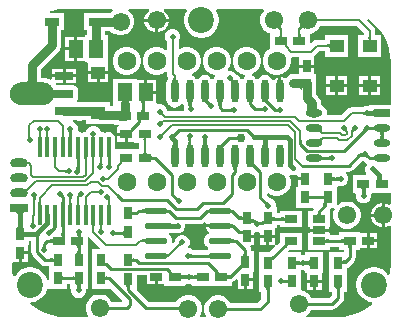
<source format=gbl>
G04*
G04 #@! TF.GenerationSoftware,Altium Limited,Altium Designer,23.10.1 (27)*
G04*
G04 Layer_Physical_Order=2*
G04 Layer_Color=16711680*
%FSLAX25Y25*%
%MOIN*%
G70*
G04*
G04 #@! TF.SameCoordinates,442CD837-0526-4CC3-B5C4-5EBA4434BA87*
G04*
G04*
G04 #@! TF.FilePolarity,Positive*
G04*
G01*
G75*
%ADD10C,0.01000*%
%ADD16R,0.04000X0.03000*%
%ADD18R,0.03000X0.04000*%
%ADD28C,0.01500*%
%ADD29C,0.00800*%
%ADD30C,0.06299*%
%ADD31C,0.06102*%
%ADD32O,0.06000X0.03000*%
%ADD33R,0.06000X0.03000*%
%ADD34C,0.08661*%
%ADD35C,0.02000*%
%ADD36C,0.03000*%
%ADD37O,0.01433X0.06858*%
%ADD38O,0.12701X0.04488*%
%ADD39R,0.06201X0.02646*%
%ADD40O,0.07678X0.02238*%
%ADD41O,0.02370X0.07760*%
%ADD42R,0.04724X0.04331*%
%ADD43O,0.05500X0.02500*%
%ADD44R,0.05500X0.02500*%
%ADD45R,0.04331X0.02559*%
%ADD46R,0.04724X0.02756*%
%ADD47R,0.04921X0.05906*%
%ADD48C,0.03000*%
G36*
X99393Y-8343D02*
X99226Y-8288D01*
X99063Y-8252D01*
X98903Y-8236D01*
X98747Y-8240D01*
X98594Y-8264D01*
X98444Y-8309D01*
X98298Y-8373D01*
X98156Y-8457D01*
X98017Y-8561D01*
X97881Y-8684D01*
X97316Y-8119D01*
X97439Y-7983D01*
X97543Y-7844D01*
X97627Y-7702D01*
X97691Y-7556D01*
X97736Y-7406D01*
X97760Y-7253D01*
X97764Y-7097D01*
X97748Y-6937D01*
X97712Y-6774D01*
X97657Y-6607D01*
X99393Y-8343D01*
D02*
G37*
G36*
X91435Y-7353D02*
X91400Y-7436D01*
X91381Y-7521D01*
X91378Y-7608D01*
X91390Y-7697D01*
X91418Y-7787D01*
X91461Y-7879D01*
X91520Y-7973D01*
X91594Y-8068D01*
X91684Y-8165D01*
X91119Y-8731D01*
X91008Y-8626D01*
X90898Y-8536D01*
X90791Y-8461D01*
X90685Y-8401D01*
X90582Y-8355D01*
X90479Y-8325D01*
X90379Y-8309D01*
X90281Y-8308D01*
X90184Y-8321D01*
X90090Y-8350D01*
X91485Y-7271D01*
X91435Y-7353D01*
D02*
G37*
G36*
X98002Y-10366D02*
X98014Y-10504D01*
X98034Y-10626D01*
X98062Y-10732D01*
X98098Y-10821D01*
X98142Y-10894D01*
X98194Y-10951D01*
X98254Y-10992D01*
X98322Y-11016D01*
X98398Y-11024D01*
X96798D01*
X96874Y-11016D01*
X96942Y-10992D01*
X97002Y-10951D01*
X97054Y-10894D01*
X97098Y-10821D01*
X97134Y-10732D01*
X97162Y-10626D01*
X97182Y-10504D01*
X97194Y-10366D01*
X97198Y-10212D01*
X97998D01*
X98002Y-10366D01*
D02*
G37*
G36*
X91806D02*
X91818Y-10504D01*
X91838Y-10626D01*
X91866Y-10732D01*
X91902Y-10821D01*
X91946Y-10894D01*
X91998Y-10951D01*
X92058Y-10992D01*
X92126Y-11016D01*
X92202Y-11024D01*
X90602D01*
X90678Y-11016D01*
X90746Y-10992D01*
X90806Y-10951D01*
X90858Y-10894D01*
X90902Y-10821D01*
X90938Y-10732D01*
X90966Y-10626D01*
X90986Y-10504D01*
X90998Y-10366D01*
X91002Y-10212D01*
X91802D01*
X91806Y-10366D01*
D02*
G37*
G36*
X85779Y-2285D02*
X85358Y-2706D01*
X84759Y-3743D01*
X84449Y-4901D01*
Y-6099D01*
X84759Y-7257D01*
X85358Y-8294D01*
X86206Y-9142D01*
X87243Y-9741D01*
X87902Y-9917D01*
Y-14948D01*
X87145Y-15385D01*
X86279Y-16251D01*
X85667Y-17311D01*
X85350Y-18494D01*
Y-19718D01*
X85667Y-20900D01*
X86279Y-21961D01*
X87145Y-22826D01*
X88205Y-23438D01*
X89388Y-23755D01*
X90612D01*
X91795Y-23438D01*
X92855Y-22826D01*
X93721Y-21961D01*
X94333Y-20900D01*
X94650Y-19718D01*
Y-18494D01*
X94601Y-18313D01*
X95018Y-17937D01*
X97500D01*
Y-20402D01*
X100000D01*
X102500D01*
Y-17902D01*
X102500Y-17902D01*
X102500D01*
X102626Y-17434D01*
X102722Y-17370D01*
X104155Y-15937D01*
X106138D01*
Y-17665D01*
X113862D01*
Y-10335D01*
X106138D01*
Y-12063D01*
X103352D01*
X102611Y-12210D01*
X101982Y-12630D01*
X101560Y-13052D01*
X101098Y-12861D01*
Y-10051D01*
X101099D01*
X102257Y-9741D01*
X103295Y-9142D01*
X104142Y-8294D01*
X104637Y-7437D01*
X116698D01*
X119063Y-9802D01*
Y-10335D01*
X117138D01*
Y-17665D01*
X124862D01*
Y-10335D01*
X122937D01*
Y-9000D01*
X122790Y-8259D01*
X122370Y-7630D01*
X120195Y-5456D01*
X120514Y-5067D01*
X121111Y-5466D01*
X122874Y-7012D01*
X124420Y-8775D01*
X125722Y-10724D01*
X126759Y-12827D01*
X127513Y-15047D01*
X127970Y-17346D01*
X128105Y-19402D01*
X128101Y-19422D01*
Y-33750D01*
X122487D01*
X122400Y-33733D01*
X122312Y-33750D01*
X120888D01*
Y-33750D01*
X120507Y-34004D01*
X120497Y-34000D01*
X119503D01*
X118584Y-34381D01*
X118417Y-34548D01*
X118192Y-34563D01*
X115000D01*
X114259Y-34710D01*
X113630Y-35130D01*
X111698Y-37063D01*
X107079D01*
X106749Y-36687D01*
X106774Y-36500D01*
X106679Y-35782D01*
X106402Y-35113D01*
X105961Y-34539D01*
X105387Y-34098D01*
X104813Y-33860D01*
X104791Y-33582D01*
X104787Y-33238D01*
X104771Y-33165D01*
X104680Y-32474D01*
X104378Y-31744D01*
X103897Y-31118D01*
X103026Y-30247D01*
Y-26500D01*
X103000Y-26303D01*
Y-23500D01*
X102500D01*
Y-21402D01*
X100000D01*
X97500D01*
Y-23474D01*
X96391D01*
X95518Y-23471D01*
X95515Y-23471D01*
X95512Y-23471D01*
X95483Y-23476D01*
X94717Y-23577D01*
X93987Y-23879D01*
X93360Y-24360D01*
X93048Y-24767D01*
X92667Y-24923D01*
X92399Y-24842D01*
X91853Y-24477D01*
X91500Y-24407D01*
Y-29230D01*
X90500D01*
Y-24407D01*
X90147Y-24477D01*
X89425Y-24960D01*
X89036Y-25542D01*
X88546Y-25548D01*
X88489Y-25528D01*
X88345Y-25181D01*
X87915Y-24620D01*
X87354Y-24190D01*
X86701Y-23919D01*
X86000Y-23827D01*
X85299Y-23919D01*
X84646Y-24190D01*
X84085Y-24620D01*
X83804Y-24986D01*
X83730Y-25018D01*
X83270D01*
X83196Y-24986D01*
X82915Y-24620D01*
X82354Y-24190D01*
X81792Y-23957D01*
X81751Y-23656D01*
X81793Y-23439D01*
X81795Y-23438D01*
X82855Y-22826D01*
X83721Y-21961D01*
X84333Y-20900D01*
X84650Y-19718D01*
Y-18494D01*
X84333Y-17311D01*
X83721Y-16251D01*
X82855Y-15385D01*
X81795Y-14773D01*
X80612Y-14456D01*
X79388D01*
X78205Y-14773D01*
X77145Y-15385D01*
X76279Y-16251D01*
X75667Y-17311D01*
X75350Y-18494D01*
Y-19718D01*
X75667Y-20900D01*
X76279Y-21961D01*
X77145Y-22826D01*
X78205Y-23438D01*
X79388Y-23755D01*
X79427D01*
X79507Y-23915D01*
X79561Y-24255D01*
X79085Y-24620D01*
X78804Y-24986D01*
X78730Y-25018D01*
X78270D01*
X78196Y-24986D01*
X77915Y-24620D01*
X77354Y-24190D01*
X76701Y-23919D01*
X76700Y-23919D01*
X76519Y-23484D01*
X75816Y-22781D01*
X74897Y-22400D01*
X73988D01*
X73811Y-22149D01*
X73734Y-21938D01*
X74333Y-20900D01*
X74650Y-19718D01*
Y-18494D01*
X74333Y-17311D01*
X73721Y-16251D01*
X72855Y-15385D01*
X71795Y-14773D01*
X70612Y-14456D01*
X69388D01*
X68205Y-14773D01*
X67145Y-15385D01*
X66279Y-16251D01*
X65667Y-17311D01*
X65350Y-18494D01*
Y-19718D01*
X65667Y-20900D01*
X66279Y-21961D01*
X67145Y-22826D01*
X68205Y-23438D01*
X69388Y-23755D01*
X69427D01*
X69507Y-23915D01*
X69560Y-24255D01*
X69085Y-24620D01*
X68804Y-24986D01*
X68730Y-25018D01*
X68270D01*
X68196Y-24986D01*
X67915Y-24620D01*
X67354Y-24190D01*
X66701Y-23919D01*
X66000Y-23827D01*
X65299Y-23919D01*
X64646Y-24190D01*
X64085Y-24620D01*
X63804Y-24986D01*
X63730Y-25018D01*
X63270D01*
X63196Y-24986D01*
X62915Y-24620D01*
X62354Y-24190D01*
X61792Y-23957D01*
X61751Y-23656D01*
X61793Y-23439D01*
X61795Y-23438D01*
X62855Y-22826D01*
X63721Y-21961D01*
X64333Y-20900D01*
X64650Y-19718D01*
Y-18494D01*
X64333Y-17311D01*
X63721Y-16251D01*
X62855Y-15385D01*
X61795Y-14773D01*
X60612Y-14456D01*
X59388D01*
X58205Y-14773D01*
X57782Y-15017D01*
X57349Y-14767D01*
Y-12586D01*
X57519Y-12416D01*
X57900Y-11497D01*
Y-10503D01*
X57519Y-9584D01*
X56816Y-8881D01*
X55897Y-8500D01*
X54903D01*
X53984Y-8881D01*
X53281Y-9584D01*
X52900Y-10503D01*
Y-11497D01*
X53281Y-12416D01*
X53475Y-12610D01*
Y-15352D01*
X53013Y-15543D01*
X52855Y-15385D01*
X51795Y-14773D01*
X50612Y-14456D01*
X49388D01*
X48205Y-14773D01*
X47145Y-15385D01*
X46279Y-16251D01*
X45667Y-17311D01*
X45350Y-18494D01*
Y-19718D01*
X45667Y-20900D01*
X46279Y-21961D01*
X47145Y-22826D01*
X48205Y-23438D01*
X49388Y-23755D01*
X50612D01*
X51795Y-23438D01*
X52855Y-22826D01*
X53013Y-22669D01*
X53475Y-22860D01*
Y-23512D01*
X53622Y-24253D01*
X53969Y-24772D01*
X53655Y-25181D01*
X53384Y-25834D01*
X53292Y-26535D01*
Y-31925D01*
X53384Y-32626D01*
X53655Y-33279D01*
X54085Y-33840D01*
X54646Y-34270D01*
X55299Y-34541D01*
X56000Y-34633D01*
X56701Y-34541D01*
X57354Y-34270D01*
X57915Y-33840D01*
X58196Y-33474D01*
X58270Y-33442D01*
X58730D01*
X58804Y-33474D01*
X58963Y-33681D01*
X58970Y-33693D01*
X58976Y-33698D01*
X59069Y-33819D01*
Y-34167D01*
X59151Y-34580D01*
X59100Y-34703D01*
Y-35697D01*
X59056Y-35763D01*
X53502D01*
X53500Y-35760D01*
Y-35503D01*
X53119Y-34584D01*
X52416Y-33881D01*
X51497Y-33500D01*
X50503D01*
X50362Y-33558D01*
X49905Y-33206D01*
Y-30000D01*
X46445D01*
Y-29500D01*
X45945D01*
Y-25547D01*
X43516D01*
Y-25047D01*
X35594D01*
Y-33953D01*
X35100Y-33966D01*
X34362D01*
Y-32661D01*
X26638D01*
Y-32846D01*
X23566D01*
X23426Y-32528D01*
X23385Y-32346D01*
X23693Y-31885D01*
X23809Y-31300D01*
Y-28702D01*
X23693Y-28116D01*
X23361Y-27620D01*
X22865Y-27289D01*
X22280Y-27172D01*
X16753D01*
X16526Y-26872D01*
X16567Y-26660D01*
X16598Y-26588D01*
X16736Y-26384D01*
X18679D01*
Y-24561D01*
X15079D01*
Y-25030D01*
X15000Y-25137D01*
X14986Y-25150D01*
X14579Y-25324D01*
X14564Y-25317D01*
X14528Y-25306D01*
X14499Y-25284D01*
X14341Y-25208D01*
X14306Y-25199D01*
X14276Y-25179D01*
X14115Y-25111D01*
X14079Y-25104D01*
X14048Y-25085D01*
X13883Y-25024D01*
X13847Y-25019D01*
X13815Y-25001D01*
X13647Y-24949D01*
X13611Y-24945D01*
X13579Y-24929D01*
X13409Y-24884D01*
X13373Y-24882D01*
X13340Y-24868D01*
X13169Y-24831D01*
X13132Y-24830D01*
X13097Y-24817D01*
X12924Y-24789D01*
X12888Y-24790D01*
X12854Y-24779D01*
X12679Y-24758D01*
X12643Y-24761D01*
X12608Y-24751D01*
X12433Y-24739D01*
X12397Y-24744D01*
X12362Y-24736D01*
X12187Y-24732D01*
X12169Y-24735D01*
X12150Y-24731D01*
X11529D01*
X11529Y-24709D01*
X11526Y-24695D01*
Y-21753D01*
X17356Y-15923D01*
X17837Y-15296D01*
X18139Y-14567D01*
X18242Y-13783D01*
X18242Y-13783D01*
Y-8878D01*
X19079D01*
Y-3122D01*
X16108D01*
X16000Y-3077D01*
X15216Y-2974D01*
X14528Y-3065D01*
X14414Y-2575D01*
X15010Y-2373D01*
X17309Y-1916D01*
X19303Y-1785D01*
X35232D01*
X35362Y-2268D01*
X35206Y-2358D01*
X34590Y-2974D01*
X29783D01*
X29000Y-3077D01*
X28892Y-3122D01*
X25921D01*
Y-8878D01*
X26758D01*
Y-10547D01*
X25984D01*
Y-11047D01*
X23555D01*
Y-15000D01*
Y-18953D01*
X25984D01*
Y-19453D01*
X26853D01*
X27138Y-19835D01*
X27138Y-19953D01*
Y-22500D01*
X30500D01*
X33862D01*
Y-19935D01*
X33906Y-19453D01*
X33906Y-19353D01*
Y-10547D01*
X32809D01*
Y-9026D01*
X34590D01*
X35206Y-9642D01*
X36243Y-10241D01*
X37401Y-10551D01*
X38599D01*
X39757Y-10241D01*
X40795Y-9642D01*
X41642Y-8794D01*
X42241Y-7757D01*
X42551Y-6599D01*
Y-5401D01*
X42241Y-4243D01*
X41642Y-3206D01*
X40795Y-2358D01*
X40638Y-2268D01*
X40768Y-1785D01*
X47386D01*
X47472Y-2108D01*
X47486Y-2285D01*
X46758Y-3012D01*
X46225Y-3936D01*
X45949Y-4967D01*
Y-5000D01*
X50000D01*
X54051D01*
Y-4967D01*
X53775Y-3936D01*
X53242Y-3012D01*
X52514Y-2285D01*
X52528Y-2108D01*
X52614Y-1785D01*
X59837D01*
X60104Y-2285D01*
X59794Y-2750D01*
X59354Y-3811D01*
X59130Y-4938D01*
Y-6086D01*
X59354Y-7213D01*
X59794Y-8274D01*
X60432Y-9229D01*
X61244Y-10041D01*
X62199Y-10679D01*
X63260Y-11118D01*
X64386Y-11343D01*
X65535D01*
X66661Y-11118D01*
X67722Y-10679D01*
X68678Y-10041D01*
X69490Y-9229D01*
X70128Y-8274D01*
X70567Y-7213D01*
X70791Y-6086D01*
Y-4938D01*
X70567Y-3811D01*
X70128Y-2750D01*
X69817Y-2285D01*
X70084Y-1785D01*
X85571D01*
X85779Y-2285D01*
D02*
G37*
G36*
X121404Y-11201D02*
X121416Y-11339D01*
X121436Y-11461D01*
X121464Y-11566D01*
X121500Y-11656D01*
X121544Y-11729D01*
X121596Y-11786D01*
X121656Y-11826D01*
X121724Y-11851D01*
X121800Y-11859D01*
X120200D01*
X120276Y-11851D01*
X120344Y-11826D01*
X120404Y-11786D01*
X120456Y-11729D01*
X120500Y-11656D01*
X120536Y-11566D01*
X120564Y-11461D01*
X120584Y-11339D01*
X120596Y-11201D01*
X120600Y-11047D01*
X121400D01*
X121404Y-11201D01*
D02*
G37*
G36*
X107662Y-14800D02*
X107654Y-14724D01*
X107629Y-14656D01*
X107589Y-14596D01*
X107532Y-14544D01*
X107459Y-14500D01*
X107369Y-14464D01*
X107264Y-14436D01*
X107142Y-14416D01*
X107004Y-14404D01*
X106850Y-14400D01*
Y-13600D01*
X107004Y-13596D01*
X107142Y-13584D01*
X107264Y-13564D01*
X107369Y-13536D01*
X107459Y-13500D01*
X107532Y-13456D01*
X107589Y-13404D01*
X107629Y-13344D01*
X107654Y-13276D01*
X107662Y-13200D01*
Y-14800D01*
D02*
G37*
G36*
X56404Y-24830D02*
X56435Y-25166D01*
X56463Y-25302D01*
X56498Y-25418D01*
X56541Y-25512D01*
X56592Y-25585D01*
X56651Y-25638D01*
X56718Y-25670D01*
X56793Y-25680D01*
X55207D01*
X55282Y-25670D01*
X55349Y-25638D01*
X55408Y-25585D01*
X55459Y-25512D01*
X55502Y-25418D01*
X55537Y-25302D01*
X55565Y-25166D01*
X55584Y-25009D01*
X55596Y-24830D01*
X55600Y-24631D01*
X56400D01*
X56404Y-24830D01*
D02*
G37*
G36*
X75093Y-25039D02*
X75194Y-25123D01*
X75400Y-24922D01*
X75402Y-25006D01*
X75411Y-25088D01*
X75427Y-25169D01*
X75451Y-25249D01*
X75483Y-25327D01*
X75491Y-25343D01*
X75575Y-25388D01*
X75673Y-25425D01*
X75761Y-25441D01*
X75841Y-25437D01*
X75911Y-25413D01*
X75971Y-25368D01*
X75692Y-25640D01*
X75750Y-25702D01*
X75177Y-26260D01*
X75116Y-26203D01*
X74837Y-26475D01*
X74883Y-26416D01*
X74908Y-26347D01*
X74913Y-26269D01*
X74898Y-26181D01*
X74862Y-26084D01*
X74816Y-25997D01*
X74803Y-25991D01*
X74724Y-25958D01*
X74644Y-25933D01*
X74563Y-25915D01*
X74481Y-25904D01*
X74398Y-25900D01*
X74601Y-25702D01*
X74514Y-25603D01*
X74376Y-25459D01*
X74949Y-24901D01*
X75093Y-25039D01*
D02*
G37*
G36*
X98512Y-25012D02*
Y-28988D01*
X98482Y-28800D01*
X98392Y-28632D01*
X98242Y-28484D01*
X98032Y-28356D01*
X97762Y-28247D01*
X97432Y-28158D01*
X97042Y-28089D01*
X96592Y-28040D01*
X95512Y-28000D01*
Y-25000D01*
X98512Y-25012D01*
D02*
G37*
G36*
X46405Y-32439D02*
X46320Y-32469D01*
X46245Y-32520D01*
X46180Y-32591D01*
X46125Y-32682D01*
X46080Y-32793D01*
X46045Y-32925D01*
X46020Y-33076D01*
X46005Y-33248D01*
X46000Y-33441D01*
X45000D01*
X44995Y-33248D01*
X44980Y-33076D01*
X44955Y-32925D01*
X44920Y-32793D01*
X44875Y-32682D01*
X44820Y-32591D01*
X44755Y-32520D01*
X44680Y-32469D01*
X44595Y-32439D01*
X44500Y-32429D01*
X46500D01*
X46405Y-32439D01*
D02*
G37*
G36*
X10015Y-25321D02*
X10060Y-25833D01*
X10131Y-26261D01*
X12150D01*
X12326Y-26265D01*
X12501Y-26277D01*
X12675Y-26298D01*
X12848Y-26326D01*
X13019Y-26363D01*
X13189Y-26408D01*
X13356Y-26460D01*
X13521Y-26521D01*
X13682Y-26589D01*
X13841Y-26664D01*
X13995Y-26747D01*
X14146Y-26837D01*
X14292Y-26934D01*
X14433Y-27038D01*
X14569Y-27148D01*
X14701Y-27265D01*
X14826Y-27387D01*
X14945Y-27516D01*
X15059Y-27649D01*
X15166Y-27788D01*
X15266Y-27932D01*
X15360Y-28080D01*
X15446Y-28233D01*
X15526Y-28389D01*
X15597Y-28702D01*
X22280D01*
Y-31300D01*
X15597D01*
X15526Y-31612D01*
X15446Y-31769D01*
X15360Y-31921D01*
X15266Y-32070D01*
X15166Y-32213D01*
X15059Y-32352D01*
X14945Y-32486D01*
X14826Y-32614D01*
X14701Y-32737D01*
X14569Y-32853D01*
X14433Y-32963D01*
X14292Y-33067D01*
X14146Y-33164D01*
X13995Y-33254D01*
X13841Y-33337D01*
X13682Y-33413D01*
X13521Y-33481D01*
X13356Y-33541D01*
X13189Y-33594D01*
X13019Y-33639D01*
X12848Y-33675D01*
X12675Y-33704D01*
X12501Y-33724D01*
X12326Y-33737D01*
X12150Y-33741D01*
X4850D01*
X4675Y-33737D01*
X4500Y-33724D01*
X4326Y-33704D01*
X4153Y-33675D01*
X3982Y-33639D01*
X3812Y-33594D01*
X3645Y-33541D01*
X3480Y-33481D01*
X3319Y-33413D01*
X3160Y-33337D01*
X3006Y-33254D01*
X2855Y-33164D01*
X2709Y-33067D01*
X2568Y-32963D01*
X2431Y-32853D01*
X2300Y-32737D01*
X2175Y-32614D01*
X2055Y-32486D01*
X1942Y-32352D01*
X1835Y-32213D01*
X1735Y-32070D01*
X1641Y-31921D01*
X1555Y-31769D01*
X1475Y-31612D01*
X1403Y-31452D01*
X1339Y-31289D01*
X1283Y-31123D01*
X1234Y-30955D01*
X1193Y-30784D01*
X1161Y-30612D01*
X1136Y-30438D01*
X1120Y-30264D01*
X1111Y-30088D01*
Y-29913D01*
X1120Y-29738D01*
X1136Y-29563D01*
X1161Y-29390D01*
X1193Y-29217D01*
X1234Y-29047D01*
X1283Y-28878D01*
X1339Y-28712D01*
X1403Y-28549D01*
X1475Y-28389D01*
X1555Y-28233D01*
X1641Y-28080D01*
X1735Y-27932D01*
X1835Y-27788D01*
X1942Y-27649D01*
X2055Y-27516D01*
X2175Y-27387D01*
X2300Y-27265D01*
X2431Y-27148D01*
X2568Y-27038D01*
X2709Y-26934D01*
X2855Y-26837D01*
X3006Y-26747D01*
X3160Y-26664D01*
X3319Y-26589D01*
X3480Y-26521D01*
X3645Y-26460D01*
X3812Y-26408D01*
X3982Y-26363D01*
X4153Y-26326D01*
X4326Y-26298D01*
X4500Y-26277D01*
X4675Y-26265D01*
X4850Y-26261D01*
X6869D01*
X6940Y-25833D01*
X6985Y-25321D01*
X7000Y-24749D01*
X10000D01*
X10015Y-25321D01*
D02*
G37*
G36*
X71897Y-32556D02*
X71814Y-32599D01*
X71740Y-32671D01*
X71677Y-32773D01*
X71623Y-32903D01*
X71579Y-33062D01*
X71544Y-33250D01*
X71520Y-33467D01*
X71505Y-33713D01*
X71500Y-33987D01*
X70500D01*
X70495Y-33713D01*
X70456Y-33250D01*
X70421Y-33062D01*
X70377Y-32903D01*
X70323Y-32773D01*
X70260Y-32671D01*
X70186Y-32599D01*
X70103Y-32556D01*
X70009Y-32541D01*
X71991D01*
X71897Y-32556D01*
D02*
G37*
G36*
X61945Y-32628D02*
X61875Y-32747D01*
X61812Y-32872D01*
X61758Y-33005D01*
X61712Y-33143D01*
X61674Y-33289D01*
X61645Y-33441D01*
X61624Y-33599D01*
X61612Y-33765D01*
X61608Y-33937D01*
X60608Y-34032D01*
X60603Y-33768D01*
X60564Y-33326D01*
X60529Y-33147D01*
X60485Y-32998D01*
X60431Y-32877D01*
X60368Y-32785D01*
X60294Y-32722D01*
X60211Y-32688D01*
X60117Y-32682D01*
X62025Y-32516D01*
X61945Y-32628D01*
D02*
G37*
G36*
X67115Y-31745D02*
X67085Y-31833D01*
X67083Y-31935D01*
X67107Y-32050D01*
X67159Y-32178D01*
X67237Y-32319D01*
X67342Y-32473D01*
X67474Y-32639D01*
X67633Y-32819D01*
X67704Y-32893D01*
X67843Y-33010D01*
X67913Y-33061D01*
X67982Y-33104D01*
X68048Y-33139D01*
X68112Y-33166D01*
X68173Y-33185D01*
X68233Y-33197D01*
X68290Y-33200D01*
X67300Y-34190D01*
X67297Y-34133D01*
X67285Y-34073D01*
X67266Y-34012D01*
X67239Y-33948D01*
X67204Y-33882D01*
X67161Y-33813D01*
X67110Y-33743D01*
X67051Y-33670D01*
X66975Y-33588D01*
X66927Y-33541D01*
X66576Y-33246D01*
X66420Y-33138D01*
X66278Y-33058D01*
X66149Y-33005D01*
X66033Y-32980D01*
X65930Y-32981D01*
X65840Y-33009D01*
X65764Y-33065D01*
X67171Y-31669D01*
X67115Y-31745D01*
D02*
G37*
G36*
X103262Y-33653D02*
X103336Y-34579D01*
X103381Y-34801D01*
X103435Y-34980D01*
X103499Y-35116D01*
X103574Y-35208D01*
X103657Y-35258D01*
X103751Y-35263D01*
X99919Y-35876D01*
X99983Y-35770D01*
X100041Y-35630D01*
X100091Y-35455D01*
X100135Y-35245D01*
X100173Y-35000D01*
X100227Y-34407D01*
X100254Y-33675D01*
X100257Y-33257D01*
X103257D01*
X103262Y-33653D01*
D02*
G37*
G36*
X46005Y-35204D02*
X46020Y-35376D01*
X46045Y-35528D01*
X46080Y-35660D01*
X46125Y-35771D01*
X46180Y-35862D01*
X46245Y-35933D01*
X46320Y-35983D01*
X46405Y-36014D01*
X46500Y-36024D01*
X44500D01*
X44595Y-36014D01*
X44680Y-35983D01*
X44755Y-35933D01*
X44820Y-35862D01*
X44875Y-35771D01*
X44920Y-35660D01*
X44955Y-35528D01*
X44980Y-35376D01*
X44995Y-35204D01*
X45000Y-35012D01*
X46000D01*
X46005Y-35204D01*
D02*
G37*
G36*
X74986Y-36200D02*
X74943Y-36162D01*
X74893Y-36128D01*
X74836Y-36098D01*
X74771Y-36072D01*
X74700Y-36050D01*
X74621Y-36032D01*
X74535Y-36018D01*
X74442Y-36008D01*
X74234Y-36000D01*
Y-35000D01*
X74341Y-34998D01*
X74535Y-34982D01*
X74621Y-34968D01*
X74700Y-34950D01*
X74771Y-34928D01*
X74836Y-34902D01*
X74893Y-34872D01*
X74943Y-34838D01*
X74986Y-34800D01*
Y-36200D01*
D02*
G37*
G36*
X119286Y-36022D02*
X119364Y-36016D01*
X119430Y-35994D01*
X119470Y-35969D01*
Y-37031D01*
X119430Y-37006D01*
X119364Y-36984D01*
X119286Y-36967D01*
Y-37200D01*
X119225Y-37143D01*
X119160Y-37092D01*
X119090Y-37047D01*
X119016Y-37008D01*
X118938Y-36975D01*
X118856Y-36948D01*
X118769Y-36927D01*
X118712Y-36917D01*
X118147Y-36901D01*
X117866Y-36900D01*
Y-36100D01*
X118147Y-36099D01*
X118861Y-36050D01*
X118938Y-36025D01*
X119016Y-35992D01*
X119090Y-35953D01*
X119160Y-35908D01*
X119225Y-35857D01*
X119286Y-35800D01*
Y-36022D01*
D02*
G37*
G36*
X122400Y-37738D02*
X122385Y-37645D01*
X122340Y-37562D01*
X122265Y-37489D01*
X122160Y-37426D01*
X122025Y-37372D01*
X121860Y-37328D01*
X121665Y-37294D01*
X121440Y-37269D01*
X120900Y-37250D01*
Y-35750D01*
X121185Y-35745D01*
X121665Y-35706D01*
X121860Y-35672D01*
X122025Y-35628D01*
X122160Y-35574D01*
X122265Y-35511D01*
X122340Y-35438D01*
X122385Y-35355D01*
X122400Y-35262D01*
Y-37738D01*
D02*
G37*
G36*
X26638Y-39992D02*
X30969D01*
X31165Y-40018D01*
X35902D01*
Y-40500D01*
X37460D01*
X37244Y-41000D01*
X36902D01*
Y-43000D01*
X39902D01*
Y-43500D01*
X40402D01*
Y-46000D01*
X42500D01*
Y-46500D01*
X44161D01*
Y-48500D01*
X36402D01*
X36276Y-48052D01*
Y-44984D01*
X36104Y-44120D01*
X35614Y-43386D01*
X34881Y-42897D01*
X34016Y-42724D01*
X33151Y-42897D01*
X32737Y-43174D01*
X32322Y-42897D01*
X31457Y-42724D01*
X31374Y-42741D01*
X31019Y-41884D01*
X30316Y-41181D01*
X29397Y-40800D01*
X28403D01*
X27484Y-41181D01*
X26781Y-41884D01*
X26425Y-42742D01*
X26339Y-42724D01*
X25474Y-42897D01*
X25059Y-43174D01*
X24644Y-42897D01*
X24030Y-42774D01*
X23698Y-42270D01*
X23720Y-42217D01*
Y-41223D01*
X23339Y-40304D01*
X22636Y-39601D01*
X22147Y-39398D01*
X22246Y-38898D01*
X23477D01*
X23858Y-39000D01*
X24648D01*
X25029Y-38898D01*
X26638D01*
Y-39992D01*
D02*
G37*
G36*
X120757Y-40838D02*
X120807Y-40872D01*
X120864Y-40902D01*
X120929Y-40928D01*
X121000Y-40950D01*
X121079Y-40968D01*
X121165Y-40982D01*
X121258Y-40992D01*
X121466Y-41000D01*
Y-42000D01*
X121358Y-42002D01*
X121165Y-42018D01*
X121079Y-42032D01*
X121000Y-42050D01*
X120929Y-42072D01*
X120864Y-42098D01*
X120807Y-42128D01*
X120757Y-42162D01*
X120714Y-42200D01*
Y-40800D01*
X120757Y-40838D01*
D02*
G37*
G36*
X122915Y-42491D02*
X122901Y-42397D01*
X122858Y-42314D01*
X122788Y-42240D01*
X122689Y-42177D01*
X122562Y-42123D01*
X122407Y-42079D01*
X122224Y-42044D01*
X122012Y-42020D01*
X121773Y-42005D01*
X121505Y-42000D01*
Y-41000D01*
X121773Y-40995D01*
X122224Y-40956D01*
X122407Y-40922D01*
X122562Y-40877D01*
X122689Y-40823D01*
X122788Y-40760D01*
X122858Y-40686D01*
X122901Y-40603D01*
X122915Y-40510D01*
Y-42491D01*
D02*
G37*
G36*
X115815Y-42483D02*
X115810Y-42486D01*
X115796Y-42497D01*
X115749Y-42541D01*
X115433Y-42851D01*
X114867Y-42286D01*
X114919Y-42233D01*
X115106Y-42019D01*
X115117Y-42000D01*
X115121Y-41986D01*
X115120Y-41976D01*
X115815Y-42483D01*
D02*
G37*
G36*
X113379Y-41986D02*
X113383Y-42000D01*
X113394Y-42019D01*
X113410Y-42043D01*
X113433Y-42072D01*
X113495Y-42143D01*
X113633Y-42286D01*
X113067Y-42851D01*
X112685Y-42483D01*
X113380Y-41976D01*
X113379Y-41986D01*
D02*
G37*
G36*
X119990Y-42500D02*
X119933Y-42503D01*
X119873Y-42515D01*
X119812Y-42534D01*
X119748Y-42561D01*
X119682Y-42596D01*
X119613Y-42639D01*
X119543Y-42690D01*
X119470Y-42749D01*
X119317Y-42890D01*
X118610Y-42183D01*
X118684Y-42106D01*
X118810Y-41957D01*
X118861Y-41887D01*
X118904Y-41818D01*
X118939Y-41752D01*
X118966Y-41688D01*
X118985Y-41627D01*
X118997Y-41567D01*
X119000Y-41510D01*
X119990Y-42500D01*
D02*
G37*
G36*
X21882Y-42477D02*
X21848Y-42527D01*
X21818Y-42584D01*
X21792Y-42649D01*
X21770Y-42720D01*
X21752Y-42799D01*
X21738Y-42885D01*
X21728Y-42978D01*
X21720Y-43186D01*
X20720D01*
X20718Y-43078D01*
X20702Y-42885D01*
X20688Y-42799D01*
X20670Y-42720D01*
X20648Y-42649D01*
X20622Y-42584D01*
X20592Y-42527D01*
X20558Y-42477D01*
X20520Y-42434D01*
X21920D01*
X21882Y-42477D01*
D02*
G37*
G36*
X105083Y-41997D02*
X105047Y-42049D01*
X105032Y-42111D01*
X105036Y-42182D01*
X105061Y-42264D01*
X105105Y-42355D01*
X105170Y-42456D01*
X105255Y-42566D01*
X105360Y-42687D01*
X105485Y-42817D01*
X104818Y-43281D01*
X104676Y-43144D01*
X104416Y-42926D01*
X104298Y-42844D01*
X104189Y-42780D01*
X104087Y-42735D01*
X103994Y-42708D01*
X103909Y-42699D01*
X103831Y-42709D01*
X103762Y-42737D01*
X105139Y-41955D01*
X105083Y-41997D01*
D02*
G37*
G36*
X126043Y-42747D02*
X125958Y-42777D01*
X125883Y-42828D01*
X125818Y-42899D01*
X125763Y-42990D01*
X125718Y-43101D01*
X125683Y-43233D01*
X125658Y-43384D01*
X125643Y-43556D01*
X125638Y-43749D01*
X124638D01*
X124633Y-43556D01*
X124618Y-43384D01*
X124593Y-43233D01*
X124558Y-43101D01*
X124513Y-42990D01*
X124458Y-42899D01*
X124393Y-42828D01*
X124318Y-42777D01*
X124233Y-42747D01*
X124138Y-42737D01*
X126138D01*
X126043Y-42747D01*
D02*
G37*
G36*
X21722Y-43662D02*
X21761Y-44277D01*
X21779Y-44394D01*
X21800Y-44495D01*
X21825Y-44582D01*
X21853Y-44653D01*
X21884Y-44710D01*
X20556D01*
X20587Y-44653D01*
X20615Y-44582D01*
X20640Y-44495D01*
X20661Y-44394D01*
X20679Y-44277D01*
X20705Y-44000D01*
X20718Y-43662D01*
X20720Y-43471D01*
X21720D01*
X21722Y-43662D01*
D02*
G37*
G36*
X125643Y-44444D02*
X125658Y-44616D01*
X125683Y-44767D01*
X125718Y-44899D01*
X125763Y-45010D01*
X125818Y-45101D01*
X125883Y-45172D01*
X125958Y-45223D01*
X126043Y-45253D01*
X126138Y-45263D01*
X124138D01*
X124233Y-45253D01*
X124318Y-45223D01*
X124393Y-45172D01*
X124458Y-45101D01*
X124513Y-45010D01*
X124558Y-44899D01*
X124593Y-44767D01*
X124618Y-44616D01*
X124633Y-44444D01*
X124638Y-44251D01*
X125638D01*
X125643Y-44444D01*
D02*
G37*
G36*
X105485Y-45183D02*
X105360Y-45313D01*
X105170Y-45544D01*
X105105Y-45645D01*
X105061Y-45736D01*
X105036Y-45818D01*
X105032Y-45889D01*
X105047Y-45951D01*
X105083Y-46003D01*
X105139Y-46045D01*
X103762Y-45263D01*
X103831Y-45291D01*
X103909Y-45301D01*
X103994Y-45292D01*
X104087Y-45265D01*
X104189Y-45220D01*
X104298Y-45156D01*
X104416Y-45074D01*
X104542Y-44974D01*
X104818Y-44719D01*
X105485Y-45183D01*
D02*
G37*
G36*
X61643Y-44875D02*
X61592Y-44940D01*
X61547Y-45010D01*
X61508Y-45084D01*
X61475Y-45162D01*
X61448Y-45244D01*
X61427Y-45331D01*
X61412Y-45422D01*
X61403Y-45517D01*
X61400Y-45616D01*
X60600D01*
X60597Y-45517D01*
X60588Y-45422D01*
X60573Y-45331D01*
X60552Y-45244D01*
X60525Y-45162D01*
X60492Y-45084D01*
X60453Y-45010D01*
X60408Y-44940D01*
X60357Y-44875D01*
X60300Y-44814D01*
X61700D01*
X61643Y-44875D01*
D02*
G37*
G36*
X46822Y-44996D02*
X46754Y-45020D01*
X46694Y-45060D01*
X46642Y-45116D01*
X46598Y-45188D01*
X46562Y-45276D01*
X46534Y-45380D01*
X46514Y-45500D01*
X46502Y-45636D01*
X46498Y-45788D01*
X45698D01*
X45694Y-45636D01*
X45682Y-45500D01*
X45662Y-45380D01*
X45634Y-45276D01*
X45598Y-45188D01*
X45554Y-45116D01*
X45502Y-45060D01*
X45442Y-45020D01*
X45374Y-44996D01*
X45298Y-44988D01*
X46898D01*
X46822Y-44996D01*
D02*
G37*
G36*
X66662Y-45257D02*
X66628Y-45307D01*
X66598Y-45364D01*
X66572Y-45428D01*
X66550Y-45500D01*
X66532Y-45579D01*
X66518Y-45665D01*
X66508Y-45758D01*
X66500Y-45966D01*
X65500D01*
X65498Y-45858D01*
X65482Y-45665D01*
X65468Y-45579D01*
X65450Y-45500D01*
X65428Y-45428D01*
X65402Y-45364D01*
X65372Y-45307D01*
X65338Y-45257D01*
X65300Y-45214D01*
X66700D01*
X66662Y-45257D01*
D02*
G37*
G36*
X61404Y-46370D02*
X61435Y-46706D01*
X61463Y-46842D01*
X61498Y-46958D01*
X61541Y-47052D01*
X61592Y-47126D01*
X61651Y-47178D01*
X61718Y-47209D01*
X61793Y-47220D01*
X60207D01*
X60282Y-47209D01*
X60349Y-47178D01*
X60408Y-47126D01*
X60459Y-47052D01*
X60502Y-46958D01*
X60537Y-46842D01*
X60565Y-46706D01*
X60584Y-46549D01*
X60596Y-46370D01*
X60600Y-46171D01*
X61400D01*
X61404Y-46370D01*
D02*
G37*
G36*
X66505Y-46287D02*
X66544Y-46750D01*
X66579Y-46938D01*
X66623Y-47097D01*
X66677Y-47227D01*
X66740Y-47329D01*
X66814Y-47401D01*
X66897Y-47444D01*
X66991Y-47459D01*
X65009D01*
X65103Y-47444D01*
X65186Y-47401D01*
X65260Y-47329D01*
X65323Y-47227D01*
X65377Y-47097D01*
X65421Y-46938D01*
X65456Y-46750D01*
X65480Y-46533D01*
X65495Y-46287D01*
X65500Y-46013D01*
X66500D01*
X66505Y-46287D01*
D02*
G37*
G36*
X46502Y-49364D02*
X46514Y-49500D01*
X46534Y-49620D01*
X46562Y-49724D01*
X46598Y-49812D01*
X46642Y-49884D01*
X46694Y-49940D01*
X46754Y-49980D01*
X46822Y-50004D01*
X46898Y-50012D01*
X45298D01*
X45374Y-50004D01*
X45442Y-49980D01*
X45502Y-49940D01*
X45554Y-49884D01*
X45598Y-49812D01*
X45634Y-49724D01*
X45662Y-49620D01*
X45682Y-49500D01*
X45694Y-49364D01*
X45698Y-49212D01*
X46498D01*
X46502Y-49364D01*
D02*
G37*
G36*
X119097Y-50915D02*
X119072Y-50907D01*
X119037Y-50899D01*
X118993Y-50893D01*
X118875Y-50882D01*
X118522Y-50872D01*
X118409Y-50871D01*
X117908Y-49871D01*
X118016Y-49869D01*
X118115Y-49861D01*
X118204Y-49848D01*
X118285Y-49830D01*
X118356Y-49807D01*
X118419Y-49779D01*
X118472Y-49746D01*
X118516Y-49707D01*
X118551Y-49664D01*
X118577Y-49615D01*
X119097Y-50915D01*
D02*
G37*
G36*
X120503Y-50067D02*
X120515Y-50126D01*
X120534Y-50188D01*
X120561Y-50252D01*
X120596Y-50318D01*
X120639Y-50387D01*
X120690Y-50457D01*
X120749Y-50530D01*
X120890Y-50683D01*
X120183Y-51390D01*
X120106Y-51315D01*
X119957Y-51190D01*
X119887Y-51139D01*
X119818Y-51096D01*
X119752Y-51061D01*
X119688Y-51034D01*
X119626Y-51015D01*
X119567Y-51003D01*
X119510Y-51000D01*
X120500Y-50010D01*
X120503Y-50067D01*
D02*
G37*
G36*
X32071Y-50767D02*
X32026Y-50855D01*
X31986Y-50950D01*
X31952Y-51051D01*
X31923Y-51158D01*
X31899Y-51272D01*
X31881Y-51392D01*
X31860Y-51651D01*
X31857Y-51790D01*
X31057D01*
X31054Y-51651D01*
X31033Y-51392D01*
X31015Y-51272D01*
X30991Y-51158D01*
X30962Y-51051D01*
X30928Y-50950D01*
X30888Y-50855D01*
X30843Y-50767D01*
X30793Y-50684D01*
X32121D01*
X32071Y-50767D01*
D02*
G37*
G36*
X26953D02*
X26908Y-50855D01*
X26868Y-50950D01*
X26834Y-51051D01*
X26805Y-51158D01*
X26781Y-51272D01*
X26763Y-51392D01*
X26742Y-51651D01*
X26739Y-51790D01*
X25939D01*
X25936Y-51651D01*
X25915Y-51392D01*
X25897Y-51272D01*
X25873Y-51158D01*
X25844Y-51051D01*
X25810Y-50950D01*
X25770Y-50855D01*
X25725Y-50767D01*
X25675Y-50684D01*
X27003D01*
X26953Y-50767D01*
D02*
G37*
G36*
X16716D02*
X16671Y-50855D01*
X16631Y-50950D01*
X16597Y-51051D01*
X16568Y-51158D01*
X16544Y-51272D01*
X16526Y-51392D01*
X16505Y-51651D01*
X16502Y-51790D01*
X15702D01*
X15699Y-51651D01*
X15678Y-51392D01*
X15660Y-51272D01*
X15636Y-51158D01*
X15607Y-51051D01*
X15573Y-50950D01*
X15533Y-50855D01*
X15488Y-50767D01*
X15438Y-50684D01*
X16766D01*
X16716Y-50767D01*
D02*
G37*
G36*
X24412Y-50741D02*
X24384Y-50812D01*
X24359Y-50899D01*
X24338Y-51000D01*
X24320Y-51117D01*
X24294Y-51394D01*
X24281Y-51732D01*
X24279Y-51923D01*
X23279D01*
X23277Y-51732D01*
X23238Y-51117D01*
X23220Y-51000D01*
X23199Y-50899D01*
X23174Y-50812D01*
X23146Y-50741D01*
X23115Y-50684D01*
X24443D01*
X24412Y-50741D01*
D02*
G37*
G36*
X34723Y-50682D02*
X34741Y-50733D01*
X34757Y-50819D01*
X34770Y-50940D01*
X34789Y-51286D01*
X34800Y-52067D01*
X33800Y-52085D01*
X33797Y-51898D01*
X33774Y-51572D01*
X33753Y-51432D01*
X33727Y-51307D01*
X33695Y-51198D01*
X33657Y-51105D01*
X33613Y-51027D01*
X33564Y-50964D01*
X33508Y-50918D01*
X34680Y-50684D01*
X34703Y-50666D01*
X34723Y-50682D01*
D02*
G37*
G36*
X107786Y-52200D02*
X107743Y-52162D01*
X107693Y-52128D01*
X107636Y-52098D01*
X107571Y-52072D01*
X107500Y-52050D01*
X107421Y-52032D01*
X107335Y-52018D01*
X107242Y-52008D01*
X107034Y-52000D01*
Y-51000D01*
X107142Y-50998D01*
X107335Y-50982D01*
X107421Y-50968D01*
X107500Y-50950D01*
X107571Y-50928D01*
X107636Y-50902D01*
X107693Y-50872D01*
X107743Y-50838D01*
X107786Y-50800D01*
Y-52200D01*
D02*
G37*
G36*
X122915Y-52491D02*
X122901Y-52397D01*
X122858Y-52314D01*
X122788Y-52240D01*
X122689Y-52177D01*
X122562Y-52123D01*
X122407Y-52078D01*
X122224Y-52044D01*
X122012Y-52020D01*
X121773Y-52005D01*
X121505Y-52000D01*
Y-51000D01*
X121773Y-50995D01*
X122224Y-50956D01*
X122407Y-50921D01*
X122562Y-50877D01*
X122689Y-50823D01*
X122788Y-50760D01*
X122858Y-50686D01*
X122901Y-50603D01*
X122915Y-50510D01*
Y-52491D01*
D02*
G37*
G36*
X104737Y-50603D02*
X104780Y-50686D01*
X104850Y-50760D01*
X104949Y-50823D01*
X105076Y-50877D01*
X105231Y-50921D01*
X105414Y-50956D01*
X105625Y-50980D01*
X105865Y-50995D01*
X106133Y-51000D01*
Y-52000D01*
X105865Y-52005D01*
X105414Y-52044D01*
X105231Y-52078D01*
X105076Y-52123D01*
X104949Y-52177D01*
X104850Y-52240D01*
X104780Y-52314D01*
X104737Y-52397D01*
X104723Y-52491D01*
Y-50510D01*
X104737Y-50603D01*
D02*
G37*
G36*
X48085Y-50595D02*
X48115Y-50680D01*
X48166Y-50755D01*
X48236Y-50820D01*
X48327Y-50875D01*
X48439Y-50920D01*
X48570Y-50955D01*
X48722Y-50980D01*
X48894Y-50995D01*
X49086Y-51000D01*
Y-52000D01*
X48894Y-52005D01*
X48722Y-52020D01*
X48570Y-52045D01*
X48439Y-52080D01*
X48327Y-52125D01*
X48236Y-52180D01*
X48166Y-52245D01*
X48115Y-52320D01*
X48085Y-52405D01*
X48074Y-52500D01*
Y-50500D01*
X48085Y-50595D01*
D02*
G37*
G36*
X31857Y-52869D02*
X31859Y-52968D01*
X31867Y-53064D01*
X31879Y-53156D01*
X31896Y-53244D01*
X31919Y-53329D01*
X31946Y-53411D01*
X31978Y-53490D01*
X32015Y-53565D01*
X32057Y-53636D01*
X32103Y-53705D01*
X30721Y-53485D01*
X30785Y-53434D01*
X30842Y-53378D01*
X30892Y-53316D01*
X30936Y-53249D01*
X30973Y-53177D01*
X31003Y-53098D01*
X31027Y-53015D01*
X31043Y-52925D01*
X31054Y-52830D01*
X31057Y-52730D01*
X31857Y-52869D01*
D02*
G37*
G36*
X34802Y-53241D02*
X34818Y-53435D01*
X34832Y-53521D01*
X34850Y-53600D01*
X34872Y-53671D01*
X34898Y-53736D01*
X34928Y-53793D01*
X34962Y-53843D01*
X35000Y-53886D01*
X33600D01*
X33638Y-53843D01*
X33672Y-53793D01*
X33702Y-53736D01*
X33728Y-53671D01*
X33750Y-53600D01*
X33768Y-53521D01*
X33782Y-53435D01*
X33792Y-53342D01*
X33800Y-53134D01*
X34800D01*
X34802Y-53241D01*
D02*
G37*
G36*
X24279Y-54773D02*
X24280Y-54883D01*
X24302Y-55243D01*
X24312Y-55313D01*
X24338Y-55427D01*
X24354Y-55473D01*
X24371Y-55510D01*
X23027Y-55119D01*
X23075Y-55088D01*
X23118Y-55048D01*
X23155Y-55000D01*
X23188Y-54943D01*
X23216Y-54878D01*
X23239Y-54804D01*
X23256Y-54722D01*
X23269Y-54631D01*
X23277Y-54532D01*
X23279Y-54425D01*
X24279Y-54773D01*
D02*
G37*
G36*
X76897Y-54096D02*
X76814Y-54139D01*
X76740Y-54211D01*
X76677Y-54313D01*
X76623Y-54443D01*
X76578Y-54602D01*
X76544Y-54790D01*
X76520Y-55007D01*
X76505Y-55253D01*
X76500Y-55527D01*
X75500D01*
X75495Y-55253D01*
X75456Y-54790D01*
X75422Y-54602D01*
X75377Y-54443D01*
X75323Y-54313D01*
X75260Y-54211D01*
X75186Y-54139D01*
X75103Y-54096D01*
X75010Y-54081D01*
X76990D01*
X76897Y-54096D01*
D02*
G37*
G36*
X20186Y-56600D02*
X20125Y-56543D01*
X20060Y-56492D01*
X19990Y-56447D01*
X19916Y-56408D01*
X19838Y-56375D01*
X19756Y-56348D01*
X19669Y-56327D01*
X19578Y-56312D01*
X19483Y-56303D01*
X19384Y-56300D01*
Y-55500D01*
X19483Y-55497D01*
X19578Y-55488D01*
X19669Y-55473D01*
X19756Y-55452D01*
X19838Y-55425D01*
X19916Y-55392D01*
X19990Y-55353D01*
X20060Y-55308D01*
X20125Y-55257D01*
X20186Y-55200D01*
Y-56600D01*
D02*
G37*
G36*
X124911Y-57499D02*
X124951Y-57899D01*
X124986Y-58061D01*
X125031Y-58199D01*
X125086Y-58312D01*
X125151Y-58399D01*
X125226Y-58462D01*
X125312Y-58499D01*
X125407Y-58512D01*
X123110D01*
X123167Y-58499D01*
X123217Y-58462D01*
X123261Y-58399D01*
X123299Y-58312D01*
X123332Y-58199D01*
X123359Y-58061D01*
X123379Y-57899D01*
X123403Y-57499D01*
X123406Y-57261D01*
X124906D01*
X124911Y-57499D01*
D02*
G37*
G36*
X110687Y-59102D02*
X110645Y-59064D01*
X110595Y-59030D01*
X110537Y-59000D01*
X110473Y-58974D01*
X110401Y-58952D01*
X110323Y-58934D01*
X110237Y-58920D01*
X110143Y-58910D01*
X109935Y-58902D01*
Y-57902D01*
X110043Y-57900D01*
X110237Y-57884D01*
X110323Y-57870D01*
X110401Y-57852D01*
X110473Y-57830D01*
X110537Y-57804D01*
X110595Y-57774D01*
X110645Y-57740D01*
X110687Y-57702D01*
Y-59102D01*
D02*
G37*
G36*
X108498Y-57497D02*
X108528Y-57582D01*
X108578Y-57657D01*
X108648Y-57722D01*
X108738Y-57777D01*
X108848Y-57822D01*
X108978Y-57857D01*
X109128Y-57882D01*
X109298Y-57897D01*
X109488Y-57902D01*
Y-58902D01*
X109298Y-58907D01*
X109128Y-58922D01*
X108978Y-58947D01*
X108848Y-58982D01*
X108738Y-59027D01*
X108648Y-59082D01*
X108578Y-59147D01*
X108528Y-59222D01*
X108498Y-59307D01*
X108488Y-59402D01*
Y-57402D01*
X108498Y-57497D01*
D02*
G37*
G36*
X119003Y-52500D02*
X119116D01*
X119558Y-52942D01*
X119893Y-53166D01*
X119979Y-53787D01*
X119598Y-54706D01*
Y-55701D01*
X119930Y-56500D01*
X119706Y-57000D01*
X115402D01*
Y-63000D01*
X116258D01*
X116536Y-63416D01*
X116500Y-63503D01*
Y-64497D01*
X116881Y-65416D01*
X117584Y-66119D01*
X118503Y-66500D01*
X119497D01*
X120416Y-66119D01*
X121119Y-65416D01*
X121500Y-64497D01*
Y-63503D01*
X121464Y-63416D01*
X121742Y-63000D01*
X128101D01*
Y-66746D01*
X127601Y-67035D01*
X127064Y-66725D01*
X126033Y-66449D01*
X126000D01*
Y-70500D01*
Y-74551D01*
X126033D01*
X127064Y-74275D01*
X127601Y-73965D01*
X128101Y-74254D01*
Y-86961D01*
X127970Y-88954D01*
X127710Y-90260D01*
X127220Y-90358D01*
X126970Y-89984D01*
X126158Y-89172D01*
X125203Y-88534D01*
X124142Y-88094D01*
X123015Y-87870D01*
X121867D01*
X120740Y-88094D01*
X119679Y-88534D01*
X118724Y-89172D01*
X117912Y-89984D01*
X117274Y-90939D01*
X116834Y-92000D01*
X116610Y-93126D01*
Y-94275D01*
X116834Y-95402D01*
X117274Y-96463D01*
X117912Y-97418D01*
X118724Y-98230D01*
X119679Y-98868D01*
X120740Y-99307D01*
X121844Y-99527D01*
X121945Y-99685D01*
X122063Y-99999D01*
X121111Y-100835D01*
X119162Y-102137D01*
X117059Y-103174D01*
X114839Y-103928D01*
X112540Y-104385D01*
X110286Y-104533D01*
X110200Y-104516D01*
X99781D01*
X99647Y-104016D01*
X100294Y-103642D01*
X101142Y-102795D01*
X101578Y-102039D01*
X108500D01*
X109280Y-101884D01*
X109942Y-101442D01*
X111942Y-99442D01*
X112384Y-98780D01*
X112539Y-98000D01*
Y-96098D01*
X113500D01*
Y-89902D01*
Y-88008D01*
X113695Y-87970D01*
X114356Y-87528D01*
X115843Y-86040D01*
X115843Y-86040D01*
X116286Y-85379D01*
X116441Y-84598D01*
Y-82000D01*
X117902D01*
Y-81500D01*
X120098D01*
Y-79000D01*
Y-76500D01*
X117902D01*
Y-76000D01*
X110902D01*
Y-76961D01*
X107890D01*
Y-76461D01*
X107390D01*
Y-76000D01*
X104224D01*
X101059D01*
Y-76461D01*
X100559D01*
Y-82020D01*
X107890D01*
Y-81039D01*
X110902D01*
Y-82000D01*
X112362D01*
Y-82902D01*
X107500D01*
Y-89902D01*
Y-96098D01*
X108461D01*
Y-97155D01*
X107655Y-97961D01*
X101578D01*
X101142Y-97206D01*
X100294Y-96358D01*
X99257Y-95759D01*
X98099Y-95449D01*
X98000D01*
Y-88987D01*
X98158Y-88881D01*
X99152D01*
X99500Y-89114D01*
Y-89902D01*
X100000D01*
Y-92000D01*
X102500D01*
Y-92500D01*
D01*
Y-92000D01*
X105000D01*
Y-89902D01*
X105500D01*
Y-82902D01*
X99500D01*
Y-83649D01*
X99152Y-83881D01*
X98158D01*
X98000Y-83776D01*
Y-82902D01*
X94037D01*
X93846Y-82440D01*
X94266Y-82020D01*
X98441D01*
Y-76461D01*
X91110D01*
Y-79408D01*
X89987Y-80530D01*
X89500Y-80311D01*
Y-78000D01*
X87500D01*
Y-80500D01*
X89311D01*
X89530Y-80988D01*
X87616Y-82902D01*
X84000D01*
Y-89902D01*
Y-96098D01*
X84961D01*
Y-98555D01*
X83755Y-99761D01*
X74578D01*
X74142Y-99006D01*
X73295Y-98158D01*
X72257Y-97559D01*
X71099Y-97249D01*
X69901D01*
X68743Y-97559D01*
X67706Y-98158D01*
X66858Y-99006D01*
X66259Y-100043D01*
X65949Y-101201D01*
Y-102399D01*
X66259Y-103557D01*
X66563Y-104083D01*
X66313Y-104516D01*
X64807D01*
X64518Y-104016D01*
X64841Y-103457D01*
X65151Y-102299D01*
Y-101101D01*
X64841Y-99943D01*
X64242Y-98905D01*
X63394Y-98058D01*
X62357Y-97459D01*
X61199Y-97149D01*
X60001D01*
X58843Y-97459D01*
X57806Y-98058D01*
X56958Y-98905D01*
X56638Y-99461D01*
X47345D01*
X43377Y-95493D01*
X43500Y-95197D01*
X43500D01*
Y-90539D01*
X46902D01*
Y-93500D01*
X49402D01*
Y-91000D01*
X50402D01*
Y-93500D01*
X52500D01*
Y-94000D01*
X59500D01*
Y-93659D01*
X59916Y-93381D01*
X60203Y-93500D01*
X61198D01*
X61486Y-93381D01*
X61902Y-93659D01*
Y-94000D01*
X75000D01*
Y-92940D01*
X75280Y-92884D01*
X75942Y-92442D01*
X76538Y-91846D01*
X77000Y-92037D01*
Y-95098D01*
X79000D01*
Y-92098D01*
X79500D01*
Y-91598D01*
X82000D01*
Y-89500D01*
X82500D01*
Y-82500D01*
X81539D01*
Y-82000D01*
X81384Y-81220D01*
X81237Y-81000D01*
X81504Y-80500D01*
X82500D01*
Y-78000D01*
X80000D01*
Y-77000D01*
X82500D01*
Y-76300D01*
X82916Y-76023D01*
X83103Y-76100D01*
X84097D01*
X84500Y-76369D01*
Y-77000D01*
X87000D01*
X89500D01*
Y-74902D01*
X90000D01*
Y-73799D01*
X91110D01*
Y-74539D01*
X98441D01*
Y-68980D01*
X91110D01*
Y-69721D01*
X90000D01*
Y-67902D01*
X89870D01*
X89800Y-67797D01*
Y-66803D01*
X89419Y-65884D01*
X88716Y-65181D01*
X87797Y-64800D01*
X87684D01*
X86614Y-63730D01*
X86649Y-63431D01*
X87145Y-63220D01*
X88205Y-63832D01*
X89388Y-64149D01*
X90612D01*
X91795Y-63832D01*
X92855Y-63220D01*
X93721Y-62355D01*
X94333Y-61294D01*
X94650Y-60112D01*
Y-58888D01*
X94333Y-57705D01*
X94181Y-57442D01*
X94529Y-57045D01*
X94903Y-57200D01*
X95897D01*
X96500Y-56950D01*
X97000Y-57284D01*
Y-57902D01*
X99500D01*
Y-58902D01*
X97000D01*
Y-61000D01*
X96500D01*
Y-68000D01*
X102070D01*
X102340Y-68495D01*
X102244Y-68980D01*
X100559D01*
Y-74539D01*
X101059D01*
Y-75000D01*
X104224D01*
X107390D01*
Y-74539D01*
X107890D01*
Y-68980D01*
X107890Y-68980D01*
X107890D01*
X107801Y-68503D01*
X108100Y-68098D01*
X109131D01*
X109381Y-68531D01*
X109259Y-68743D01*
X108949Y-69901D01*
Y-71099D01*
X109259Y-72257D01*
X109858Y-73295D01*
X110705Y-74142D01*
X111743Y-74741D01*
X112901Y-75051D01*
X114099D01*
X115257Y-74741D01*
X116295Y-74142D01*
X117142Y-73295D01*
X117741Y-72257D01*
X118051Y-71099D01*
Y-69901D01*
X117741Y-68743D01*
X117142Y-67706D01*
X116295Y-66858D01*
X115257Y-66259D01*
X114099Y-65949D01*
X112901D01*
X111743Y-66259D01*
X110705Y-66858D01*
X110462Y-67102D01*
X110000Y-66910D01*
Y-60977D01*
X110416Y-60699D01*
X110904Y-60902D01*
X111899D01*
X112818Y-60521D01*
X113521Y-59818D01*
X113902Y-58899D01*
Y-57904D01*
X113521Y-56985D01*
X113075Y-56539D01*
X113282Y-56039D01*
X114000D01*
X114780Y-55884D01*
X115442Y-55442D01*
X118473Y-52411D01*
X118787D01*
X119003Y-52500D01*
D02*
G37*
G36*
X119905Y-61486D02*
X119820Y-61516D01*
X119745Y-61567D01*
X119680Y-61638D01*
X119625Y-61729D01*
X119580Y-61840D01*
X119545Y-61972D01*
X119520Y-62124D01*
X119505Y-62296D01*
X119500Y-62488D01*
X118500D01*
X118495Y-62296D01*
X118480Y-62124D01*
X118455Y-61972D01*
X118420Y-61840D01*
X118375Y-61729D01*
X118320Y-61638D01*
X118255Y-61567D01*
X118180Y-61516D01*
X118095Y-61486D01*
X118000Y-61476D01*
X120000D01*
X119905Y-61486D01*
D02*
G37*
G36*
X119502Y-62642D02*
X119518Y-62835D01*
X119532Y-62921D01*
X119550Y-63000D01*
X119572Y-63072D01*
X119598Y-63136D01*
X119628Y-63193D01*
X119662Y-63243D01*
X119700Y-63286D01*
X118300D01*
X118338Y-63243D01*
X118372Y-63193D01*
X118402Y-63136D01*
X118428Y-63072D01*
X118450Y-63000D01*
X118468Y-62921D01*
X118482Y-62835D01*
X118492Y-62742D01*
X118500Y-62534D01*
X119500D01*
X119502Y-62642D01*
D02*
G37*
G36*
X21863Y-64455D02*
X21812Y-64520D01*
X21767Y-64590D01*
X21728Y-64664D01*
X21695Y-64742D01*
X21668Y-64824D01*
X21647Y-64911D01*
X21632Y-65002D01*
X21623Y-65097D01*
X21620Y-65197D01*
X20820D01*
X20817Y-65097D01*
X20808Y-65002D01*
X20793Y-64911D01*
X20772Y-64824D01*
X20745Y-64742D01*
X20712Y-64664D01*
X20673Y-64590D01*
X20628Y-64520D01*
X20577Y-64455D01*
X20520Y-64394D01*
X21920D01*
X21863Y-64455D01*
D02*
G37*
G36*
X9943Y-64575D02*
X9892Y-64640D01*
X9847Y-64710D01*
X9808Y-64784D01*
X9775Y-64862D01*
X9748Y-64944D01*
X9727Y-65031D01*
X9712Y-65122D01*
X9703Y-65217D01*
X9700Y-65316D01*
X8900D01*
X8897Y-65217D01*
X8888Y-65122D01*
X8873Y-65031D01*
X8852Y-64944D01*
X8825Y-64862D01*
X8792Y-64784D01*
X8753Y-64710D01*
X8708Y-64640D01*
X8657Y-64575D01*
X8600Y-64514D01*
X10000D01*
X9943Y-64575D01*
D02*
G37*
G36*
X105524Y-65598D02*
X105514Y-65503D01*
X105483Y-65418D01*
X105433Y-65343D01*
X105362Y-65278D01*
X105271Y-65223D01*
X105160Y-65178D01*
X105028Y-65143D01*
X104876Y-65118D01*
X104704Y-65103D01*
X104512Y-65098D01*
Y-64098D01*
X104704Y-64093D01*
X104876Y-64078D01*
X105028Y-64053D01*
X105160Y-64018D01*
X105271Y-63973D01*
X105362Y-63918D01*
X105433Y-63853D01*
X105483Y-63778D01*
X105514Y-63693D01*
X105524Y-63598D01*
Y-65598D01*
D02*
G37*
G36*
X100986Y-63693D02*
X101016Y-63778D01*
X101067Y-63853D01*
X101138Y-63918D01*
X101229Y-63973D01*
X101340Y-64018D01*
X101472Y-64053D01*
X101624Y-64078D01*
X101796Y-64093D01*
X101988Y-64098D01*
Y-65098D01*
X101796Y-65103D01*
X101624Y-65118D01*
X101472Y-65143D01*
X101340Y-65178D01*
X101229Y-65223D01*
X101138Y-65278D01*
X101067Y-65343D01*
X101016Y-65418D01*
X100986Y-65503D01*
X100976Y-65598D01*
Y-63598D01*
X100986Y-63693D01*
D02*
G37*
G36*
X86694Y-65984D02*
X86843Y-66110D01*
X86913Y-66161D01*
X86982Y-66204D01*
X87048Y-66239D01*
X87112Y-66266D01*
X87173Y-66285D01*
X87233Y-66297D01*
X87290Y-66300D01*
X86300Y-67290D01*
X86297Y-67233D01*
X86285Y-67173D01*
X86266Y-67112D01*
X86239Y-67048D01*
X86204Y-66982D01*
X86161Y-66913D01*
X86110Y-66843D01*
X86051Y-66770D01*
X85910Y-66617D01*
X86617Y-65910D01*
X86694Y-65984D01*
D02*
G37*
G36*
X24182Y-66349D02*
X24203Y-66608D01*
X24221Y-66728D01*
X24245Y-66842D01*
X24274Y-66949D01*
X24308Y-67050D01*
X24348Y-67145D01*
X24393Y-67233D01*
X24443Y-67316D01*
X23115D01*
X23165Y-67233D01*
X23210Y-67145D01*
X23250Y-67050D01*
X23284Y-66949D01*
X23313Y-66842D01*
X23337Y-66728D01*
X23355Y-66608D01*
X23376Y-66349D01*
X23379Y-66210D01*
X24179D01*
X24182Y-66349D01*
D02*
G37*
G36*
X21623D02*
X21644Y-66608D01*
X21662Y-66728D01*
X21686Y-66842D01*
X21715Y-66949D01*
X21749Y-67050D01*
X21789Y-67145D01*
X21834Y-67233D01*
X21884Y-67316D01*
X20556D01*
X20606Y-67233D01*
X20651Y-67145D01*
X20691Y-67050D01*
X20725Y-66949D01*
X20754Y-66842D01*
X20778Y-66728D01*
X20796Y-66608D01*
X20817Y-66349D01*
X20820Y-66210D01*
X21620D01*
X21623Y-66349D01*
D02*
G37*
G36*
X19163Y-66268D02*
X19202Y-66883D01*
X19220Y-67000D01*
X19241Y-67101D01*
X19266Y-67188D01*
X19294Y-67259D01*
X19325Y-67316D01*
X17997D01*
X18028Y-67259D01*
X18056Y-67188D01*
X18081Y-67101D01*
X18102Y-67000D01*
X18120Y-66883D01*
X18146Y-66606D01*
X18159Y-66268D01*
X18161Y-66077D01*
X19161D01*
X19163Y-66268D01*
D02*
G37*
G36*
X11387Y-66349D02*
X11408Y-66608D01*
X11426Y-66728D01*
X11450Y-66842D01*
X11479Y-66949D01*
X11513Y-67050D01*
X11553Y-67145D01*
X11598Y-67233D01*
X11648Y-67316D01*
X10320D01*
X10370Y-67233D01*
X10415Y-67145D01*
X10455Y-67050D01*
X10489Y-66949D01*
X10518Y-66842D01*
X10542Y-66728D01*
X10560Y-66608D01*
X10581Y-66349D01*
X10584Y-66210D01*
X11384D01*
X11387Y-66349D01*
D02*
G37*
G36*
X106862Y-66583D02*
X106815Y-66607D01*
X106774Y-66646D01*
X106739Y-66701D01*
X106709Y-66772D01*
X106684Y-66858D01*
X106665Y-66960D01*
X106651Y-67078D01*
X106643Y-67211D01*
X106640Y-67360D01*
X105640D01*
X105639Y-67213D01*
X105608Y-66780D01*
X105594Y-66710D01*
X105577Y-66656D01*
X105558Y-66617D01*
X105536Y-66594D01*
X105512Y-66586D01*
X106914Y-66574D01*
X106862Y-66583D01*
D02*
G37*
G36*
X46572Y-69967D02*
X46448Y-69878D01*
X46320Y-69799D01*
X46187Y-69729D01*
X46050Y-69668D01*
X45909Y-69617D01*
X45764Y-69575D01*
X45614Y-69542D01*
X45460Y-69519D01*
X45302Y-69505D01*
X45139Y-69500D01*
Y-68500D01*
X45302Y-68495D01*
X45460Y-68481D01*
X45614Y-68458D01*
X45764Y-68425D01*
X45909Y-68383D01*
X46050Y-68332D01*
X46187Y-68271D01*
X46320Y-68201D01*
X46448Y-68122D01*
X46572Y-68033D01*
Y-69967D01*
D02*
G37*
G36*
X104729Y-69685D02*
X104744Y-69857D01*
X104769Y-70008D01*
X104804Y-70140D01*
X104849Y-70251D01*
X104904Y-70342D01*
X104969Y-70413D01*
X105044Y-70464D01*
X105129Y-70494D01*
X105224Y-70504D01*
X103224D01*
X103319Y-70494D01*
X103404Y-70464D01*
X103479Y-70413D01*
X103544Y-70342D01*
X103599Y-70251D01*
X103644Y-70140D01*
X103679Y-70008D01*
X103704Y-69857D01*
X103719Y-69685D01*
X103724Y-69492D01*
X104724D01*
X104729Y-69685D01*
D02*
G37*
G36*
X41986Y-68997D02*
X42017Y-69082D01*
X42067Y-69157D01*
X42138Y-69222D01*
X42229Y-69277D01*
X42340Y-69322D01*
X42472Y-69357D01*
X42624Y-69382D01*
X42796Y-69397D01*
X42988Y-69402D01*
Y-70402D01*
X42796Y-70407D01*
X42624Y-70422D01*
X42472Y-70447D01*
X42340Y-70482D01*
X42229Y-70527D01*
X42138Y-70582D01*
X42067Y-70647D01*
X42017Y-70722D01*
X41986Y-70807D01*
X41976Y-70902D01*
Y-68902D01*
X41986Y-68997D01*
D02*
G37*
G36*
X5858Y-69503D02*
X5730Y-69548D01*
X5618Y-69623D01*
X5520Y-69728D01*
X5438Y-69863D01*
X5370Y-70028D01*
X5317Y-70223D01*
X5280Y-70448D01*
X5257Y-70703D01*
X5250Y-70988D01*
X3750D01*
X3743Y-70703D01*
X3720Y-70448D01*
X3683Y-70223D01*
X3630Y-70028D01*
X3562Y-69863D01*
X3480Y-69728D01*
X3382Y-69623D01*
X3270Y-69548D01*
X3142Y-69503D01*
X3000Y-69488D01*
X6000D01*
X5858Y-69503D01*
D02*
G37*
G36*
X78512Y-72402D02*
X78502Y-72307D01*
X78472Y-72222D01*
X78422Y-72147D01*
X78352Y-72082D01*
X78262Y-72027D01*
X78152Y-71982D01*
X78022Y-71947D01*
X77872Y-71922D01*
X77702Y-71907D01*
X77512Y-71902D01*
Y-70902D01*
X77702Y-70897D01*
X77872Y-70882D01*
X78022Y-70857D01*
X78152Y-70822D01*
X78262Y-70777D01*
X78352Y-70722D01*
X78422Y-70657D01*
X78472Y-70582D01*
X78502Y-70497D01*
X78512Y-70402D01*
Y-72402D01*
D02*
G37*
G36*
X92634Y-72760D02*
X92624Y-72665D01*
X92594Y-72580D01*
X92543Y-72505D01*
X92472Y-72440D01*
X92381Y-72385D01*
X92270Y-72340D01*
X92138Y-72305D01*
X91987Y-72280D01*
X91815Y-72265D01*
X91622Y-72260D01*
Y-71260D01*
X91815Y-71255D01*
X91987Y-71240D01*
X92138Y-71215D01*
X92270Y-71180D01*
X92381Y-71135D01*
X92472Y-71080D01*
X92543Y-71015D01*
X92594Y-70940D01*
X92624Y-70855D01*
X92634Y-70760D01*
Y-72760D01*
D02*
G37*
G36*
X88486Y-70855D02*
X88516Y-70940D01*
X88567Y-71015D01*
X88638Y-71080D01*
X88729Y-71135D01*
X88840Y-71180D01*
X88972Y-71215D01*
X89124Y-71240D01*
X89296Y-71255D01*
X89488Y-71260D01*
Y-72260D01*
X89296Y-72265D01*
X89124Y-72280D01*
X88972Y-72305D01*
X88840Y-72340D01*
X88729Y-72385D01*
X88638Y-72440D01*
X88567Y-72505D01*
X88516Y-72580D01*
X88486Y-72665D01*
X88476Y-72760D01*
Y-70760D01*
X88486Y-70855D01*
D02*
G37*
G36*
X9203Y-72783D02*
X9212Y-72878D01*
X9227Y-72969D01*
X9248Y-73056D01*
X9275Y-73138D01*
X9308Y-73216D01*
X9347Y-73290D01*
X9392Y-73360D01*
X9443Y-73425D01*
X9500Y-73486D01*
X8100D01*
X8157Y-73425D01*
X8208Y-73360D01*
X8253Y-73290D01*
X8292Y-73216D01*
X8325Y-73138D01*
X8352Y-73056D01*
X8373Y-72969D01*
X8388Y-72878D01*
X8397Y-72783D01*
X8400Y-72684D01*
X9200D01*
X9203Y-72783D01*
D02*
G37*
G36*
X81485Y-71569D02*
X81514Y-71641D01*
X81560Y-71705D01*
X81626Y-71761D01*
X81711Y-71808D01*
X81814Y-71846D01*
X81936Y-71876D01*
X82076Y-71897D01*
X82236Y-71910D01*
X82414Y-71914D01*
Y-72712D01*
X82917Y-72210D01*
X82994Y-72285D01*
X83143Y-72410D01*
X83213Y-72461D01*
X83282Y-72504D01*
X83348Y-72539D01*
X83412Y-72566D01*
X83473Y-72585D01*
X83533Y-72597D01*
X83590Y-72600D01*
X82600Y-73590D01*
X82597Y-73533D01*
X82585Y-73474D01*
X82566Y-73412D01*
X82539Y-73348D01*
X82504Y-73282D01*
X82461Y-73213D01*
X82410Y-73143D01*
X82351Y-73070D01*
X82213Y-72920D01*
X82076Y-72931D01*
X81936Y-72953D01*
X81814Y-72982D01*
X81711Y-73021D01*
X81626Y-73068D01*
X81560Y-73123D01*
X81514Y-73187D01*
X81485Y-73259D01*
X81476Y-73340D01*
Y-71488D01*
X81485Y-71569D01*
D02*
G37*
G36*
X84014Y-72687D02*
X84047Y-72693D01*
X84090Y-72699D01*
X84205Y-72708D01*
X84670Y-72717D01*
X85184Y-73717D01*
X85078Y-73720D01*
X84981Y-73728D01*
X84893Y-73740D01*
X84813Y-73758D01*
X84743Y-73781D01*
X84682Y-73809D01*
X84630Y-73843D01*
X84587Y-73881D01*
X84553Y-73925D01*
X84528Y-73973D01*
X83992Y-72680D01*
X84014Y-72687D01*
D02*
G37*
G36*
X32071Y-73373D02*
X32026Y-73461D01*
X31986Y-73556D01*
X31952Y-73657D01*
X31923Y-73764D01*
X31899Y-73878D01*
X31881Y-73998D01*
X31860Y-74257D01*
X31857Y-74396D01*
X31057D01*
X31054Y-74257D01*
X31033Y-73998D01*
X31015Y-73878D01*
X30991Y-73764D01*
X30962Y-73657D01*
X30928Y-73556D01*
X30888Y-73461D01*
X30843Y-73373D01*
X30793Y-73290D01*
X32121D01*
X32071Y-73373D01*
D02*
G37*
G36*
X29512D02*
X29467Y-73461D01*
X29427Y-73556D01*
X29393Y-73657D01*
X29364Y-73764D01*
X29340Y-73878D01*
X29322Y-73998D01*
X29301Y-74257D01*
X29298Y-74396D01*
X28498D01*
X28495Y-74257D01*
X28474Y-73998D01*
X28456Y-73878D01*
X28432Y-73764D01*
X28403Y-73657D01*
X28369Y-73556D01*
X28329Y-73461D01*
X28284Y-73373D01*
X28234Y-73290D01*
X29562D01*
X29512Y-73373D01*
D02*
G37*
G36*
X16735Y-73347D02*
X16707Y-73417D01*
X16682Y-73502D01*
X16661Y-73601D01*
X16643Y-73715D01*
X16617Y-73985D01*
X16604Y-74313D01*
X16602Y-74498D01*
X15602D01*
X15600Y-74313D01*
X15561Y-73715D01*
X15543Y-73601D01*
X15522Y-73502D01*
X15497Y-73417D01*
X15469Y-73347D01*
X15438Y-73290D01*
X16766D01*
X16735Y-73347D01*
D02*
G37*
G36*
X19294Y-73347D02*
X19266Y-73418D01*
X19241Y-73505D01*
X19220Y-73606D01*
X19202Y-73723D01*
X19176Y-74000D01*
X19163Y-74338D01*
X19161Y-74529D01*
X18161D01*
X18159Y-74338D01*
X18120Y-73723D01*
X18102Y-73606D01*
X18081Y-73505D01*
X18056Y-73418D01*
X18028Y-73347D01*
X17997Y-73290D01*
X19325D01*
X19294Y-73347D01*
D02*
G37*
G36*
X74887Y-73581D02*
X74905Y-73582D01*
X75178Y-73586D01*
X75487Y-73587D01*
Y-74587D01*
X74796Y-74591D01*
X74881Y-73580D01*
X74887Y-73581D01*
D02*
G37*
G36*
X5257Y-73699D02*
X5280Y-73954D01*
X5316Y-74179D01*
X5368Y-74374D01*
X5435Y-74539D01*
X5516Y-74674D01*
X5612Y-74779D01*
X5722Y-74854D01*
X5848Y-74899D01*
X5988Y-74914D01*
X3012D01*
X3152Y-74899D01*
X3278Y-74854D01*
X3388Y-74779D01*
X3484Y-74674D01*
X3565Y-74539D01*
X3632Y-74374D01*
X3684Y-74179D01*
X3720Y-73954D01*
X3743Y-73699D01*
X3750Y-73414D01*
X5250D01*
X5257Y-73699D01*
D02*
G37*
G36*
X53197Y-73074D02*
X53289Y-73111D01*
X53406Y-73144D01*
X53546Y-73172D01*
X53710Y-73196D01*
X54110Y-73230D01*
X54890Y-73250D01*
Y-74750D01*
X54606Y-74752D01*
X53546Y-74828D01*
X53406Y-74856D01*
X53289Y-74889D01*
X53197Y-74926D01*
X53128Y-74967D01*
Y-73033D01*
X53197Y-73074D01*
D02*
G37*
G36*
X31860Y-74566D02*
X31870Y-74661D01*
X31885Y-74751D01*
X31907Y-74837D01*
X31935Y-74919D01*
X31969Y-74995D01*
X32010Y-75068D01*
X32056Y-75135D01*
X32109Y-75198D01*
X32169Y-75256D01*
X30770Y-75317D01*
X30825Y-75253D01*
X30873Y-75186D01*
X30916Y-75115D01*
X30954Y-75039D01*
X30985Y-74960D01*
X31011Y-74877D01*
X31031Y-74789D01*
X31045Y-74698D01*
X31054Y-74603D01*
X31057Y-74503D01*
X31857Y-74466D01*
X31860Y-74566D01*
D02*
G37*
G36*
X15690Y-75617D02*
X15616Y-75694D01*
X15490Y-75843D01*
X15439Y-75913D01*
X15396Y-75982D01*
X15361Y-76048D01*
X15334Y-76112D01*
X15315Y-76174D01*
X15303Y-76233D01*
X15300Y-76290D01*
X14310Y-75300D01*
X14367Y-75297D01*
X14426Y-75285D01*
X14488Y-75266D01*
X14552Y-75239D01*
X14618Y-75204D01*
X14687Y-75161D01*
X14757Y-75110D01*
X14830Y-75051D01*
X14983Y-74910D01*
X15690Y-75617D01*
D02*
G37*
G36*
X66467Y-73124D02*
X66434Y-73173D01*
X66369Y-73500D01*
X71150D01*
Y-74500D01*
X66369D01*
X66434Y-74827D01*
X66902Y-75528D01*
X67589Y-75987D01*
X67604Y-76076D01*
X67606Y-76506D01*
X67109Y-76712D01*
X66562Y-77132D01*
X66142Y-77679D01*
X65878Y-78316D01*
X65788Y-79000D01*
X65878Y-79684D01*
X66142Y-80321D01*
X66562Y-80868D01*
X67011Y-81212D01*
X67058Y-81450D01*
Y-81550D01*
X67011Y-81788D01*
X66785Y-81961D01*
X61996D01*
X61916Y-81881D01*
X60997Y-81500D01*
X60689D01*
X60497Y-81038D01*
X60619Y-80916D01*
X61000Y-79997D01*
Y-79003D01*
X60619Y-78084D01*
X59916Y-77381D01*
X58997Y-77000D01*
X58003D01*
X57084Y-77381D01*
X56381Y-78084D01*
X56000Y-79003D01*
Y-79260D01*
X55633Y-79627D01*
X55160Y-79393D01*
X55212Y-79000D01*
X55122Y-78316D01*
X54858Y-77679D01*
X54438Y-77132D01*
X54040Y-76827D01*
X54193Y-76315D01*
X54486Y-76294D01*
X56006D01*
X56503Y-76500D01*
X57497D01*
X58416Y-76119D01*
X59119Y-75416D01*
X59500Y-74497D01*
Y-73539D01*
X64500D01*
X65280Y-73384D01*
X65942Y-72942D01*
X66078Y-72806D01*
X66467Y-73124D01*
D02*
G37*
G36*
X78512Y-77112D02*
X78503Y-77041D01*
X78477Y-76978D01*
X78434Y-76922D01*
X78372Y-76873D01*
X78294Y-76832D01*
X78198Y-76799D01*
X78084Y-76773D01*
X77953Y-76754D01*
X77805Y-76743D01*
X77639Y-76739D01*
Y-75739D01*
X77805Y-75737D01*
X78198Y-75703D01*
X78294Y-75682D01*
X78372Y-75657D01*
X78434Y-75628D01*
X78477Y-75594D01*
X78503Y-75555D01*
X78512Y-75512D01*
Y-77112D01*
D02*
G37*
G36*
X36357Y-75938D02*
X36407Y-75972D01*
X36464Y-76002D01*
X36529Y-76028D01*
X36600Y-76050D01*
X36679Y-76068D01*
X36765Y-76082D01*
X36858Y-76092D01*
X37066Y-76100D01*
Y-77100D01*
X36958Y-77102D01*
X36765Y-77118D01*
X36679Y-77132D01*
X36600Y-77150D01*
X36529Y-77172D01*
X36464Y-77198D01*
X36407Y-77228D01*
X36357Y-77262D01*
X36314Y-77300D01*
Y-75900D01*
X36357Y-75938D01*
D02*
G37*
G36*
X24505Y-76702D02*
X24506Y-76714D01*
X24700D01*
X24662Y-76757D01*
X24628Y-76807D01*
X24598Y-76864D01*
X24572Y-76929D01*
X24550Y-77000D01*
X24545Y-77022D01*
X24580Y-77152D01*
X24625Y-77262D01*
X24680Y-77352D01*
X24745Y-77422D01*
X24820Y-77472D01*
X24905Y-77502D01*
X25000Y-77512D01*
X23000D01*
X23095Y-77502D01*
X23180Y-77472D01*
X23255Y-77422D01*
X23320Y-77352D01*
X23375Y-77262D01*
X23420Y-77152D01*
X23455Y-77022D01*
X23450Y-77000D01*
X23428Y-76929D01*
X23402Y-76864D01*
X23372Y-76807D01*
X23338Y-76757D01*
X23300Y-76714D01*
X23494D01*
X23495Y-76702D01*
X23500Y-76512D01*
X24500D01*
X24505Y-76702D01*
D02*
G37*
G36*
X19164D02*
X19190Y-77022D01*
X19213Y-77152D01*
X19243Y-77262D01*
X19279Y-77352D01*
X19321Y-77422D01*
X19370Y-77472D01*
X19426Y-77502D01*
X19488Y-77512D01*
X17661D01*
X17756Y-77502D01*
X17841Y-77472D01*
X17916Y-77422D01*
X17981Y-77352D01*
X18036Y-77262D01*
X18081Y-77152D01*
X18116Y-77022D01*
X18141Y-76872D01*
X18156Y-76702D01*
X18161Y-76512D01*
X19161D01*
X19164Y-76702D01*
D02*
G37*
G36*
X39012Y-77600D02*
X39002Y-77505D01*
X38972Y-77420D01*
X38922Y-77345D01*
X38852Y-77280D01*
X38762Y-77225D01*
X38652Y-77180D01*
X38522Y-77145D01*
X38372Y-77120D01*
X38202Y-77105D01*
X38012Y-77100D01*
Y-76100D01*
X38202Y-76095D01*
X38372Y-76080D01*
X38522Y-76055D01*
X38652Y-76020D01*
X38762Y-75975D01*
X38852Y-75920D01*
X38922Y-75855D01*
X38972Y-75780D01*
X39002Y-75695D01*
X39012Y-75600D01*
Y-77600D01*
D02*
G37*
G36*
X5991Y-75544D02*
X6036Y-75672D01*
X6112Y-75784D01*
X6218Y-75882D01*
X6354Y-75964D01*
X6520Y-76032D01*
X6717Y-76084D01*
X6944Y-76122D01*
X7201Y-76144D01*
X7488Y-76152D01*
Y-77652D01*
X7201Y-77659D01*
X6944Y-77682D01*
X6717Y-77719D01*
X6520Y-77772D01*
X6354Y-77839D01*
X6218Y-77922D01*
X6112Y-78019D01*
X6036Y-78132D01*
X5991Y-78259D01*
X5976Y-78402D01*
Y-75402D01*
X5991Y-75544D01*
D02*
G37*
G36*
X10825Y-77452D02*
X10820Y-77503D01*
X10811Y-77691D01*
X10800Y-78961D01*
X9800D01*
X9769Y-77432D01*
X10831D01*
X10825Y-77452D01*
D02*
G37*
G36*
X46362Y-79791D02*
X46351Y-79716D01*
X46319Y-79650D01*
X46266Y-79591D01*
X46191Y-79541D01*
X46095Y-79498D01*
X45979Y-79462D01*
X45840Y-79435D01*
X45680Y-79416D01*
X45500Y-79404D01*
X45298Y-79400D01*
Y-78600D01*
X45500Y-78596D01*
X45840Y-78565D01*
X45979Y-78537D01*
X46095Y-78502D01*
X46191Y-78459D01*
X46266Y-78409D01*
X46319Y-78350D01*
X46351Y-78284D01*
X46362Y-78210D01*
Y-79791D01*
D02*
G37*
G36*
X74552Y-78122D02*
X74680Y-78201D01*
X74813Y-78271D01*
X74950Y-78332D01*
X75091Y-78383D01*
X75236Y-78425D01*
X75386Y-78458D01*
X75540Y-78481D01*
X75698Y-78495D01*
X75861Y-78500D01*
Y-79500D01*
X75698Y-79505D01*
X75540Y-79519D01*
X75386Y-79542D01*
X75236Y-79575D01*
X75091Y-79617D01*
X74950Y-79668D01*
X74813Y-79729D01*
X74680Y-79799D01*
X74552Y-79878D01*
X74428Y-79967D01*
Y-78033D01*
X74552Y-78122D01*
D02*
G37*
G36*
X112426Y-80000D02*
X112416Y-79905D01*
X112385Y-79820D01*
X112335Y-79745D01*
X112264Y-79680D01*
X112173Y-79625D01*
X112061Y-79580D01*
X111930Y-79545D01*
X111778Y-79520D01*
X111606Y-79505D01*
X111414Y-79500D01*
Y-78500D01*
X111606Y-78495D01*
X111778Y-78480D01*
X111930Y-78455D01*
X112061Y-78420D01*
X112173Y-78375D01*
X112264Y-78320D01*
X112335Y-78255D01*
X112385Y-78180D01*
X112416Y-78095D01*
X112426Y-78000D01*
Y-80000D01*
D02*
G37*
G36*
X106388Y-78095D02*
X106418Y-78180D01*
X106468Y-78255D01*
X106538Y-78320D01*
X106628Y-78375D01*
X106738Y-78420D01*
X106868Y-78455D01*
X107018Y-78480D01*
X107188Y-78495D01*
X107378Y-78500D01*
Y-79500D01*
X107188Y-79505D01*
X107018Y-79520D01*
X106868Y-79545D01*
X106738Y-79580D01*
X106628Y-79625D01*
X106538Y-79680D01*
X106468Y-79745D01*
X106418Y-79820D01*
X106388Y-79905D01*
X106378Y-80000D01*
Y-78000D01*
X106388Y-78095D01*
D02*
G37*
G36*
X15524Y-80000D02*
X15514Y-79905D01*
X15484Y-79820D01*
X15433Y-79745D01*
X15362Y-79680D01*
X15271Y-79625D01*
X15160Y-79580D01*
X15028Y-79545D01*
X14876Y-79520D01*
X14704Y-79505D01*
X14512Y-79500D01*
Y-78500D01*
X14704Y-78495D01*
X14876Y-78480D01*
X15028Y-78455D01*
X15160Y-78420D01*
X15271Y-78375D01*
X15362Y-78320D01*
X15433Y-78255D01*
X15484Y-78180D01*
X15514Y-78095D01*
X15524Y-78000D01*
Y-80000D01*
D02*
G37*
G36*
X58490Y-80500D02*
X58407Y-80503D01*
X58324Y-80513D01*
X58243Y-80530D01*
X58164Y-80555D01*
X58085Y-80587D01*
X58008Y-80626D01*
X57932Y-80672D01*
X57857Y-80726D01*
X57783Y-80787D01*
X57710Y-80855D01*
X57145Y-80290D01*
X57213Y-80217D01*
X57274Y-80143D01*
X57328Y-80068D01*
X57374Y-79992D01*
X57413Y-79915D01*
X57445Y-79836D01*
X57470Y-79757D01*
X57487Y-79676D01*
X57497Y-79593D01*
X57500Y-79510D01*
X58490Y-80500D01*
D02*
G37*
G36*
X13102Y-80642D02*
X13118Y-80835D01*
X13132Y-80921D01*
X13150Y-81000D01*
X13172Y-81072D01*
X13198Y-81136D01*
X13228Y-81193D01*
X13262Y-81243D01*
X13300Y-81286D01*
X11900D01*
X11938Y-81243D01*
X11972Y-81193D01*
X12002Y-81136D01*
X12028Y-81072D01*
X12050Y-81000D01*
X12068Y-80921D01*
X12082Y-80835D01*
X12092Y-80742D01*
X12100Y-80534D01*
X13100D01*
X13102Y-80642D01*
D02*
G37*
G36*
X115307Y-80498D02*
X115222Y-80528D01*
X115147Y-80578D01*
X115082Y-80648D01*
X115027Y-80738D01*
X114982Y-80848D01*
X114947Y-80978D01*
X114922Y-81128D01*
X114907Y-81298D01*
X114902Y-81488D01*
X113902D01*
X113897Y-81298D01*
X113882Y-81128D01*
X113857Y-80978D01*
X113822Y-80848D01*
X113777Y-80738D01*
X113722Y-80648D01*
X113657Y-80578D01*
X113582Y-80528D01*
X113497Y-80498D01*
X113402Y-80488D01*
X115402D01*
X115307Y-80498D01*
D02*
G37*
G36*
X24905Y-80486D02*
X24820Y-80516D01*
X24745Y-80567D01*
X24680Y-80638D01*
X24625Y-80729D01*
X24580Y-80840D01*
X24545Y-80972D01*
X24520Y-81124D01*
X24505Y-81296D01*
X24500Y-81488D01*
X23500D01*
X23495Y-81296D01*
X23480Y-81124D01*
X23455Y-80972D01*
X23420Y-80840D01*
X23375Y-80729D01*
X23320Y-80638D01*
X23255Y-80567D01*
X23180Y-80516D01*
X23095Y-80486D01*
X23000Y-80476D01*
X25000D01*
X24905Y-80486D01*
D02*
G37*
G36*
X24505Y-82507D02*
X24520Y-82679D01*
X24545Y-82831D01*
X24580Y-82963D01*
X24625Y-83074D01*
X24680Y-83165D01*
X24745Y-83236D01*
X24820Y-83287D01*
X24905Y-83317D01*
X25000Y-83327D01*
X23000D01*
X23095Y-83317D01*
X23180Y-83287D01*
X23255Y-83236D01*
X23320Y-83165D01*
X23375Y-83074D01*
X23420Y-82963D01*
X23455Y-82831D01*
X23480Y-82679D01*
X23495Y-82507D01*
X23500Y-82315D01*
X24500D01*
X24505Y-82507D01*
D02*
G37*
G36*
X80005Y-83204D02*
X80020Y-83376D01*
X80045Y-83528D01*
X80080Y-83660D01*
X80125Y-83771D01*
X80180Y-83862D01*
X80245Y-83933D01*
X80320Y-83983D01*
X80405Y-84014D01*
X80500Y-84024D01*
X78500D01*
X78595Y-84014D01*
X78680Y-83983D01*
X78755Y-83933D01*
X78820Y-83862D01*
X78875Y-83771D01*
X78920Y-83660D01*
X78955Y-83528D01*
X78980Y-83376D01*
X78995Y-83204D01*
X79000Y-83012D01*
X80000D01*
X80005Y-83204D01*
D02*
G37*
G36*
X53518Y-83437D02*
X53538Y-83445D01*
X53569Y-83452D01*
X53612Y-83458D01*
X53735Y-83468D01*
X54125Y-83475D01*
Y-84275D01*
X54028Y-84276D01*
X53663Y-84300D01*
X53639Y-84307D01*
X53624Y-84316D01*
X53620Y-84325D01*
X53511Y-83428D01*
X53518Y-83437D01*
D02*
G37*
G36*
X61257Y-83338D02*
X61307Y-83372D01*
X61364Y-83402D01*
X61428Y-83428D01*
X61500Y-83450D01*
X61579Y-83468D01*
X61665Y-83482D01*
X61758Y-83492D01*
X61966Y-83500D01*
Y-84500D01*
X61858Y-84502D01*
X61665Y-84518D01*
X61579Y-84532D01*
X61500Y-84550D01*
X61428Y-84572D01*
X61364Y-84598D01*
X61307Y-84628D01*
X61257Y-84662D01*
X61214Y-84700D01*
Y-83300D01*
X61257Y-83338D01*
D02*
G37*
G36*
X101012Y-87402D02*
X101002Y-87307D01*
X100972Y-87222D01*
X100922Y-87147D01*
X100852Y-87082D01*
X100762Y-87027D01*
X100652Y-86982D01*
X100522Y-86947D01*
X100372Y-86922D01*
X100202Y-86907D01*
X100052Y-86903D01*
X100002Y-86904D01*
X99808Y-86919D01*
X99722Y-86933D01*
X99643Y-86950D01*
X99571Y-86971D01*
X99506Y-86997D01*
X99449Y-87026D01*
X99398Y-87059D01*
X99355Y-87096D01*
X99383Y-85696D01*
X99426Y-85735D01*
X99475Y-85770D01*
X99532Y-85801D01*
X99596Y-85828D01*
X99667Y-85850D01*
X99746Y-85869D01*
X99832Y-85883D01*
X99925Y-85893D01*
X100084Y-85900D01*
X100202Y-85897D01*
X100372Y-85882D01*
X100522Y-85857D01*
X100652Y-85822D01*
X100762Y-85777D01*
X100852Y-85722D01*
X100922Y-85657D01*
X100972Y-85582D01*
X101002Y-85497D01*
X101012Y-85402D01*
Y-87402D01*
D02*
G37*
G36*
X15512Y-86402D02*
X15502Y-86307D01*
X15472Y-86222D01*
X15422Y-86147D01*
X15352Y-86082D01*
X15262Y-86027D01*
X15152Y-85982D01*
X15022Y-85947D01*
X14872Y-85922D01*
X14702Y-85907D01*
X14512Y-85902D01*
Y-84902D01*
X14702Y-84897D01*
X14872Y-84882D01*
X15022Y-84857D01*
X15152Y-84822D01*
X15262Y-84777D01*
X15352Y-84722D01*
X15422Y-84657D01*
X15472Y-84582D01*
X15502Y-84497D01*
X15512Y-84402D01*
Y-86402D01*
D02*
G37*
G36*
X41986Y-84595D02*
X42017Y-84680D01*
X42067Y-84755D01*
X42138Y-84820D01*
X42229Y-84875D01*
X42340Y-84920D01*
X42472Y-84955D01*
X42624Y-84980D01*
X42796Y-84995D01*
X42988Y-85000D01*
Y-86000D01*
X42796Y-86005D01*
X42624Y-86020D01*
X42472Y-86045D01*
X42340Y-86080D01*
X42229Y-86125D01*
X42138Y-86180D01*
X42067Y-86245D01*
X42017Y-86320D01*
X41986Y-86405D01*
X41976Y-86500D01*
Y-84500D01*
X41986Y-84595D01*
D02*
G37*
G36*
X111985Y-85241D02*
X112013Y-85313D01*
X112060Y-85377D01*
X112126Y-85432D01*
X112211Y-85479D01*
X112314Y-85518D01*
X112436Y-85547D01*
X112576Y-85569D01*
X112736Y-85581D01*
X112914Y-85586D01*
Y-86586D01*
X112736Y-86590D01*
X112576Y-86603D01*
X112436Y-86624D01*
X112314Y-86654D01*
X112211Y-86692D01*
X112126Y-86739D01*
X112060Y-86795D01*
X112013Y-86859D01*
X111985Y-86931D01*
X111976Y-87012D01*
Y-85160D01*
X111985Y-85241D01*
D02*
G37*
G36*
X96498Y-85497D02*
X96528Y-85582D01*
X96578Y-85657D01*
X96648Y-85722D01*
X96738Y-85777D01*
X96848Y-85822D01*
X96978Y-85857D01*
X97128Y-85882D01*
X97298Y-85897D01*
X97302Y-85897D01*
X97386Y-85893D01*
X97479Y-85883D01*
X97565Y-85869D01*
X97643Y-85850D01*
X97714Y-85828D01*
X97778Y-85801D01*
X97835Y-85770D01*
X97885Y-85735D01*
X97927Y-85696D01*
X97955Y-87096D01*
X97912Y-87059D01*
X97862Y-87026D01*
X97804Y-86997D01*
X97740Y-86971D01*
X97668Y-86950D01*
X97589Y-86933D01*
X97503Y-86919D01*
X97335Y-86906D01*
X97298Y-86907D01*
X97128Y-86922D01*
X96978Y-86947D01*
X96848Y-86982D01*
X96738Y-87027D01*
X96648Y-87082D01*
X96578Y-87147D01*
X96528Y-87222D01*
X96498Y-87307D01*
X96488Y-87402D01*
Y-85402D01*
X96498Y-85497D01*
D02*
G37*
G36*
X61458Y-90338D02*
X61508Y-90372D01*
X61565Y-90402D01*
X61629Y-90428D01*
X61701Y-90450D01*
X61780Y-90468D01*
X61866Y-90482D01*
X61959Y-90492D01*
X62167Y-90500D01*
Y-91500D01*
X62059Y-91502D01*
X61866Y-91518D01*
X61780Y-91532D01*
X61701Y-91550D01*
X61629Y-91572D01*
X61565Y-91598D01*
X61508Y-91628D01*
X61458Y-91662D01*
X61415Y-91700D01*
Y-90300D01*
X61458Y-90338D01*
D02*
G37*
G36*
X59987Y-91700D02*
X59944Y-91662D01*
X59894Y-91628D01*
X59837Y-91598D01*
X59772Y-91572D01*
X59701Y-91550D01*
X59622Y-91532D01*
X59536Y-91518D01*
X59443Y-91508D01*
X59235Y-91500D01*
Y-90500D01*
X59342Y-90498D01*
X59536Y-90482D01*
X59622Y-90468D01*
X59701Y-90450D01*
X59772Y-90428D01*
X59837Y-90402D01*
X59894Y-90372D01*
X59944Y-90338D01*
X59987Y-90300D01*
Y-91700D01*
D02*
G37*
G36*
X73486Y-90095D02*
X73516Y-90180D01*
X73567Y-90255D01*
X73638Y-90320D01*
X73729Y-90375D01*
X73840Y-90420D01*
X73972Y-90455D01*
X74124Y-90480D01*
X74296Y-90495D01*
X74488Y-90500D01*
Y-91500D01*
X74296Y-91505D01*
X74124Y-91520D01*
X73972Y-91545D01*
X73840Y-91580D01*
X73729Y-91625D01*
X73638Y-91680D01*
X73567Y-91745D01*
X73516Y-91820D01*
X73486Y-91905D01*
X73476Y-92000D01*
Y-90000D01*
X73486Y-90095D01*
D02*
G37*
G36*
X63426Y-92000D02*
X63415Y-91905D01*
X63385Y-91820D01*
X63335Y-91745D01*
X63264Y-91680D01*
X63173Y-91625D01*
X63061Y-91580D01*
X62930Y-91545D01*
X62778Y-91520D01*
X62606Y-91505D01*
X62414Y-91500D01*
Y-90500D01*
X62606Y-90495D01*
X62778Y-90480D01*
X62930Y-90455D01*
X63061Y-90420D01*
X63173Y-90375D01*
X63264Y-90320D01*
X63335Y-90255D01*
X63385Y-90180D01*
X63415Y-90095D01*
X63426Y-90000D01*
Y-92000D01*
D02*
G37*
G36*
X57986Y-90095D02*
X58017Y-90180D01*
X58067Y-90255D01*
X58138Y-90320D01*
X58229Y-90375D01*
X58340Y-90420D01*
X58472Y-90455D01*
X58624Y-90480D01*
X58796Y-90495D01*
X58988Y-90500D01*
Y-91500D01*
X58796Y-91505D01*
X58624Y-91520D01*
X58472Y-91545D01*
X58340Y-91580D01*
X58229Y-91625D01*
X58138Y-91680D01*
X58067Y-91745D01*
X58017Y-91820D01*
X57986Y-91905D01*
X57976Y-92000D01*
Y-90000D01*
X57986Y-90095D01*
D02*
G37*
G36*
X93524Y-93598D02*
X93514Y-93503D01*
X93484Y-93418D01*
X93433Y-93343D01*
X93362Y-93278D01*
X93271Y-93223D01*
X93160Y-93178D01*
X93028Y-93143D01*
X92876Y-93118D01*
X92810Y-93113D01*
X92763Y-93116D01*
X92677Y-93130D01*
X92599Y-93148D01*
X92527Y-93170D01*
X92463Y-93196D01*
X92405Y-93226D01*
X92355Y-93260D01*
X92313Y-93298D01*
Y-91898D01*
X92355Y-91936D01*
X92405Y-91970D01*
X92463Y-92000D01*
X92527Y-92026D01*
X92599Y-92048D01*
X92677Y-92066D01*
X92763Y-92080D01*
X92804Y-92085D01*
X92876Y-92078D01*
X93028Y-92053D01*
X93160Y-92018D01*
X93271Y-91973D01*
X93362Y-91918D01*
X93433Y-91853D01*
X93484Y-91778D01*
X93514Y-91693D01*
X93524Y-91598D01*
Y-93598D01*
D02*
G37*
G36*
X8261Y-82800D02*
X8416Y-83580D01*
X8858Y-84242D01*
X11460Y-86844D01*
X11460Y-86844D01*
X12121Y-87286D01*
X12902Y-87441D01*
X12902Y-87441D01*
X14000D01*
Y-92048D01*
X13500Y-92097D01*
X13481Y-92000D01*
X13041Y-90939D01*
X12403Y-89984D01*
X11591Y-89172D01*
X10636Y-88534D01*
X9575Y-88094D01*
X8448Y-87870D01*
X7300D01*
X6173Y-88094D01*
X5112Y-88534D01*
X4157Y-89172D01*
X3345Y-89984D01*
X2766Y-90851D01*
X2462Y-90847D01*
X2238Y-90763D01*
X1879Y-88954D01*
X1748Y-86961D01*
Y-86396D01*
X2000Y-86000D01*
X4000D01*
Y-83000D01*
X4500D01*
Y-82500D01*
X7000D01*
Y-80402D01*
X7500D01*
Y-79196D01*
X8261D01*
Y-82800D01*
D02*
G37*
G36*
X32986Y-90595D02*
X33016Y-90680D01*
X33067Y-90755D01*
X33138Y-90820D01*
X33229Y-90875D01*
X33340Y-90920D01*
X33472Y-90955D01*
X33624Y-90980D01*
X33796Y-90995D01*
X33988Y-91000D01*
Y-92000D01*
X33796Y-92005D01*
X33624Y-92020D01*
X33472Y-92045D01*
X33340Y-92080D01*
X33229Y-92125D01*
X33138Y-92180D01*
X33067Y-92245D01*
X33016Y-92320D01*
X32986Y-92405D01*
X32976Y-92500D01*
Y-90500D01*
X32986Y-90595D01*
D02*
G37*
G36*
X22524Y-92500D02*
X22514Y-92405D01*
X22483Y-92320D01*
X22433Y-92245D01*
X22362Y-92180D01*
X22271Y-92125D01*
X22160Y-92080D01*
X22028Y-92045D01*
X21876Y-92020D01*
X21704Y-92005D01*
X21512Y-92000D01*
Y-91000D01*
X21704Y-90995D01*
X21876Y-90980D01*
X22028Y-90955D01*
X22160Y-90920D01*
X22271Y-90875D01*
X22362Y-90820D01*
X22433Y-90755D01*
X22483Y-90680D01*
X22514Y-90595D01*
X22524Y-90500D01*
Y-92500D01*
D02*
G37*
G36*
X18486Y-90595D02*
X18517Y-90680D01*
X18567Y-90755D01*
X18638Y-90820D01*
X18729Y-90875D01*
X18840Y-90920D01*
X18972Y-90955D01*
X19124Y-90980D01*
X19296Y-90995D01*
X19488Y-91000D01*
Y-92000D01*
X19296Y-92005D01*
X19124Y-92020D01*
X18972Y-92045D01*
X18840Y-92080D01*
X18729Y-92125D01*
X18638Y-92180D01*
X18567Y-92245D01*
X18517Y-92320D01*
X18486Y-92405D01*
X18476Y-92500D01*
Y-90500D01*
X18486Y-90595D01*
D02*
G37*
G36*
X41405Y-93683D02*
X41320Y-93713D01*
X41245Y-93764D01*
X41180Y-93835D01*
X41125Y-93926D01*
X41080Y-94037D01*
X41045Y-94169D01*
X41020Y-94320D01*
X41005Y-94493D01*
X41000Y-94685D01*
X40000D01*
X39995Y-94493D01*
X39980Y-94320D01*
X39955Y-94169D01*
X39920Y-94037D01*
X39875Y-93926D01*
X39820Y-93835D01*
X39755Y-93764D01*
X39680Y-93713D01*
X39595Y-93683D01*
X39500Y-93673D01*
X41500D01*
X41405Y-93683D01*
D02*
G37*
G36*
X24905Y-93486D02*
X24820Y-93516D01*
X24745Y-93567D01*
X24680Y-93638D01*
X24625Y-93729D01*
X24580Y-93840D01*
X24545Y-93972D01*
X24520Y-94124D01*
X24510Y-94238D01*
X24518Y-94335D01*
X24532Y-94421D01*
X24550Y-94500D01*
X24572Y-94572D01*
X24598Y-94636D01*
X24628Y-94693D01*
X24662Y-94743D01*
X24700Y-94786D01*
X23300D01*
X23338Y-94743D01*
X23372Y-94693D01*
X23402Y-94636D01*
X23428Y-94572D01*
X23450Y-94500D01*
X23468Y-94421D01*
X23482Y-94335D01*
X23491Y-94251D01*
X23480Y-94124D01*
X23455Y-93972D01*
X23420Y-93840D01*
X23375Y-93729D01*
X23320Y-93638D01*
X23255Y-93567D01*
X23180Y-93516D01*
X23095Y-93486D01*
X23000Y-93476D01*
X25000D01*
X24905Y-93486D01*
D02*
G37*
G36*
X111405Y-94585D02*
X111320Y-94615D01*
X111245Y-94665D01*
X111180Y-94736D01*
X111125Y-94827D01*
X111080Y-94939D01*
X111045Y-95070D01*
X111020Y-95222D01*
X111005Y-95394D01*
X111000Y-95586D01*
X110000D01*
X109995Y-95394D01*
X109980Y-95222D01*
X109955Y-95070D01*
X109920Y-94939D01*
X109875Y-94827D01*
X109820Y-94736D01*
X109755Y-94665D01*
X109680Y-94615D01*
X109595Y-94585D01*
X109500Y-94574D01*
X111500D01*
X111405Y-94585D01*
D02*
G37*
G36*
X87905D02*
X87820Y-94615D01*
X87745Y-94665D01*
X87680Y-94736D01*
X87625Y-94827D01*
X87580Y-94939D01*
X87545Y-95070D01*
X87520Y-95222D01*
X87505Y-95394D01*
X87500Y-95586D01*
X86500D01*
X86495Y-95394D01*
X86480Y-95222D01*
X86455Y-95070D01*
X86420Y-94939D01*
X86375Y-94827D01*
X86320Y-94736D01*
X86255Y-94665D01*
X86180Y-94615D01*
X86095Y-94585D01*
X86000Y-94574D01*
X88000D01*
X87905Y-94585D01*
D02*
G37*
G36*
X31302Y-81341D02*
X31110Y-81803D01*
X28500D01*
Y-88803D01*
Y-95000D01*
X34500D01*
X34500Y-95000D01*
Y-95000D01*
X34880Y-95264D01*
X38577Y-98961D01*
X38370Y-99461D01*
X35078D01*
X34642Y-98706D01*
X33795Y-97858D01*
X32757Y-97259D01*
X31599Y-96949D01*
X30401D01*
X29243Y-97259D01*
X28205Y-97858D01*
X27358Y-98706D01*
X26759Y-99743D01*
X26449Y-100901D01*
Y-102099D01*
X26759Y-103257D01*
X27197Y-104016D01*
X26908Y-104516D01*
X19303D01*
X17309Y-104385D01*
X15010Y-103928D01*
X12790Y-103174D01*
X10687Y-102137D01*
X8738Y-100835D01*
X7822Y-100031D01*
X8010Y-99532D01*
X8448D01*
X9575Y-99307D01*
X10636Y-98868D01*
X11591Y-98230D01*
X12403Y-97418D01*
X13041Y-96463D01*
X13481Y-95402D01*
X13528Y-95165D01*
X14000Y-95098D01*
Y-95098D01*
X20000D01*
Y-93539D01*
X21000D01*
Y-95000D01*
X21498D01*
X21500Y-95003D01*
Y-95997D01*
X21881Y-96916D01*
X22584Y-97619D01*
X23503Y-98000D01*
X24497D01*
X25416Y-97619D01*
X26119Y-96916D01*
X26500Y-95997D01*
Y-95003D01*
X26502Y-95000D01*
X27000D01*
Y-88803D01*
Y-82000D01*
X27098D01*
Y-77825D01*
X27317Y-77694D01*
X27598Y-77638D01*
X31302Y-81341D01*
D02*
G37*
%LPC*%
G36*
X54051Y-6000D02*
X50500D01*
Y-9551D01*
X50533D01*
X51564Y-9275D01*
X52487Y-8742D01*
X53242Y-7987D01*
X53775Y-7064D01*
X54051Y-6033D01*
Y-6000D01*
D02*
G37*
G36*
X49500D02*
X45949D01*
Y-6033D01*
X46225Y-7064D01*
X46758Y-7987D01*
X47513Y-8742D01*
X48436Y-9275D01*
X49467Y-9551D01*
X49500D01*
Y-6000D01*
D02*
G37*
G36*
X22555Y-11047D02*
X19594D01*
Y-14500D01*
X22555D01*
Y-11047D01*
D02*
G37*
G36*
Y-15500D02*
X19594D01*
Y-18953D01*
X22555D01*
Y-15500D01*
D02*
G37*
G36*
X23279Y-21738D02*
X19679D01*
Y-23561D01*
X23279D01*
Y-21738D01*
D02*
G37*
G36*
X18679D02*
X15079D01*
Y-23561D01*
X18679D01*
Y-21738D01*
D02*
G37*
G36*
X40612Y-14456D02*
X39388D01*
X38205Y-14773D01*
X37145Y-15385D01*
X36279Y-16251D01*
X35667Y-17311D01*
X35350Y-18494D01*
Y-19718D01*
X35667Y-20900D01*
X36279Y-21961D01*
X37145Y-22826D01*
X38205Y-23438D01*
X39388Y-23755D01*
X40612D01*
X41795Y-23438D01*
X42855Y-22826D01*
X43721Y-21961D01*
X44333Y-20900D01*
X44650Y-19718D01*
Y-18494D01*
X44333Y-17311D01*
X43721Y-16251D01*
X42855Y-15385D01*
X41795Y-14773D01*
X40612Y-14456D01*
D02*
G37*
G36*
X33862Y-23500D02*
X31000D01*
Y-26165D01*
X33862D01*
Y-23500D01*
D02*
G37*
G36*
X30000D02*
X27138D01*
Y-26165D01*
X30000D01*
Y-23500D01*
D02*
G37*
G36*
X23279Y-24561D02*
X19679D01*
Y-26384D01*
X23279D01*
Y-24561D01*
D02*
G37*
G36*
X124362Y-24161D02*
X121500D01*
Y-26827D01*
X124362D01*
Y-24161D01*
D02*
G37*
G36*
X120500D02*
X117638D01*
Y-26827D01*
X120500D01*
Y-24161D01*
D02*
G37*
G36*
X113362D02*
X110500D01*
Y-26827D01*
X113362D01*
Y-24161D01*
D02*
G37*
G36*
X109500D02*
X106638D01*
Y-26827D01*
X109500D01*
Y-24161D01*
D02*
G37*
G36*
X49905Y-25547D02*
X46945D01*
Y-29000D01*
X49905D01*
Y-25547D01*
D02*
G37*
G36*
X124362Y-27827D02*
X121500D01*
Y-30492D01*
X124362D01*
Y-27827D01*
D02*
G37*
G36*
X120500D02*
X117638D01*
Y-30492D01*
X120500D01*
Y-27827D01*
D02*
G37*
G36*
X113362D02*
X110500D01*
Y-30492D01*
X113362D01*
Y-27827D01*
D02*
G37*
G36*
X109500D02*
X106638D01*
Y-30492D01*
X109500D01*
Y-27827D01*
D02*
G37*
G36*
X39402Y-44000D02*
X36902D01*
Y-46000D01*
X39402D01*
Y-44000D01*
D02*
G37*
G36*
X125000Y-66449D02*
X124967D01*
X123936Y-66725D01*
X123012Y-67258D01*
X122258Y-68012D01*
X121725Y-68936D01*
X121449Y-69967D01*
Y-70000D01*
X125000D01*
Y-66449D01*
D02*
G37*
G36*
Y-71000D02*
X121449D01*
Y-71033D01*
X121725Y-72064D01*
X122258Y-72988D01*
X123012Y-73742D01*
X123936Y-74275D01*
X124967Y-74551D01*
X125000D01*
Y-71000D01*
D02*
G37*
G36*
X123598Y-76500D02*
X121098D01*
Y-78500D01*
X123598D01*
Y-76500D01*
D02*
G37*
G36*
X86500Y-78000D02*
X84500D01*
Y-80500D01*
X86500D01*
Y-78000D01*
D02*
G37*
G36*
X123598Y-79500D02*
X121098D01*
Y-81500D01*
X123598D01*
Y-79500D01*
D02*
G37*
G36*
X82000Y-92598D02*
X80000D01*
Y-95098D01*
X82000D01*
Y-92598D01*
D02*
G37*
G36*
X105000Y-93000D02*
X103000D01*
Y-95500D01*
X105000D01*
Y-93000D01*
D02*
G37*
G36*
X102000D02*
X100000D01*
Y-95500D01*
X102000D01*
Y-93000D01*
D02*
G37*
G36*
X7000Y-83500D02*
X5000D01*
Y-86000D01*
X7000D01*
Y-83500D01*
D02*
G37*
%LPD*%
D10*
X81211Y-33511D02*
Y-29441D01*
X82900Y-35200D02*
X86100D01*
X81211Y-33511D02*
X82900Y-35200D01*
X81000Y-29230D02*
X81211Y-29441D01*
X86000Y-32100D02*
Y-29230D01*
X89500Y-35600D02*
X91200D01*
X86000Y-32100D02*
X89500Y-35600D01*
X74100Y-44700D02*
X78000D01*
X71000Y-47800D02*
X74100Y-44700D01*
X71000Y-50770D02*
Y-47800D01*
X57400Y-42100D02*
X80139D01*
X82339Y-44300D01*
X55000Y-44500D02*
X57400Y-42100D01*
X55000Y-63500D02*
X57200Y-65700D01*
X57400D01*
X13600Y-79000D02*
X17500D01*
X12600Y-82000D02*
Y-80000D01*
X13600Y-79000D01*
X77639Y-76239D02*
X79000D01*
X80000Y-77500D02*
Y-77239D01*
X79000Y-76239D02*
X80000Y-77239D01*
X75487Y-74087D02*
X77639Y-76239D01*
X71237Y-74087D02*
X75487D01*
X71150Y-74000D02*
X71237Y-74087D01*
X24000Y-78598D02*
Y-76000D01*
X23598Y-79000D02*
X24000Y-78598D01*
X36900Y-63900D02*
X38500Y-65500D01*
X46500Y-101500D02*
X60400D01*
X60600Y-101700D01*
X87000Y-99400D02*
Y-92598D01*
X70500Y-101800D02*
X84600D01*
X87000Y-99400D01*
X95000Y-86402D02*
X102500D01*
X17700Y-63400D02*
X18661Y-64361D01*
Y-70303D02*
Y-64361D01*
X17661Y-79000D02*
X18661Y-78000D01*
X17500Y-79000D02*
X17661D01*
X18661Y-78000D02*
Y-70303D01*
X16102Y-74498D02*
Y-70303D01*
X14300Y-76300D02*
X16102Y-74498D01*
X10300Y-82800D02*
X12902Y-85402D01*
X10300Y-82800D02*
Y-76902D01*
X12902Y-85402D02*
X17000D01*
X38500Y-65500D02*
X53500D01*
X34016Y-50527D02*
X34300Y-50811D01*
X34016Y-50527D02*
Y-47697D01*
X34300Y-54600D02*
Y-50811D01*
X24000Y-85303D02*
Y-79402D01*
X80000Y-71414D02*
Y-71402D01*
Y-71414D02*
X81000Y-72414D01*
X82414D01*
X83600Y-73600D01*
X70367Y-53581D02*
X71000Y-52948D01*
Y-50770D01*
X82227Y-53727D02*
X84500Y-56000D01*
Y-64500D02*
Y-56000D01*
Y-64500D02*
X87300Y-67300D01*
X97750Y-46750D02*
Y-45500D01*
X61600Y-35200D02*
Y-34659D01*
X61000Y-29230D02*
X61108Y-29338D01*
Y-34167D02*
Y-29338D01*
Y-34167D02*
X61600Y-34659D01*
X71000Y-34600D02*
Y-29230D01*
X71900Y-35500D02*
X75700D01*
X71000Y-34600D02*
X71900Y-35500D01*
X66000Y-31900D02*
X68300Y-34200D01*
X81000Y-53094D02*
X82227Y-53727D01*
X81000Y-53094D02*
Y-50770D01*
X39900Y-76600D02*
X40500Y-76000D01*
X35600Y-76600D02*
X39900D01*
X102500Y-51500D02*
X108500D01*
X45500Y-30445D02*
X46445Y-29500D01*
X45500Y-37500D02*
Y-30445D01*
X41402Y-42000D02*
X44000Y-39402D01*
X41402Y-42500D02*
Y-42000D01*
X39902Y-43500D02*
X40402D01*
X44000Y-38500D02*
X45000Y-37500D01*
X44000Y-39402D02*
Y-38500D01*
X45000Y-37500D02*
X45500D01*
X40402Y-43500D02*
X41402Y-42500D01*
X83983Y-73217D02*
X85184D01*
X87000Y-71760D02*
X94776D01*
X85184Y-73217D02*
X85500Y-72902D01*
X83600Y-73600D02*
X83983Y-73217D01*
X86702Y-72200D02*
Y-71700D01*
X86000Y-72902D02*
X86702Y-72200D01*
X85500Y-72902D02*
X86000D01*
X86702Y-71700D02*
X87000Y-71402D01*
X98500Y-54000D02*
X114000D01*
X117629Y-50371D01*
X23500Y-56000D02*
X23779Y-55721D01*
Y-47697D01*
X97750Y-46750D02*
X100000Y-49000D01*
X53500Y-65500D02*
X56500Y-68500D01*
X63500D01*
X65500Y-66500D01*
X72000D01*
X49850Y-69000D02*
X54000D01*
X56500Y-71500D02*
X64500D01*
X54000Y-69000D02*
X56500Y-71500D01*
X64500D02*
X66863Y-69137D01*
X71013D02*
X71150Y-69000D01*
X66863Y-69137D02*
X71013D01*
X72000Y-66500D02*
X75000Y-63500D01*
Y-57000D01*
X76000Y-56000D01*
Y-50770D01*
X66000D02*
Y-44500D01*
X21220Y-47697D02*
Y-41720D01*
X100000Y-49000D02*
X112500D01*
X120000Y-41500D01*
X117629Y-50371D02*
X119129D01*
X119500Y-50000D01*
X121000Y-51500D01*
X125138D01*
X120000Y-41500D02*
X125138D01*
X49500Y-51500D02*
X55000Y-57000D01*
X46098Y-51500D02*
X49500D01*
X55000Y-63500D02*
Y-57000D01*
X107000Y-58402D02*
X111402D01*
X119000Y-64000D02*
Y-60098D01*
X118902Y-60000D02*
X119000Y-60098D01*
X44000Y-69000D02*
X49850D01*
X43098Y-69902D02*
X44000Y-69000D01*
X40500Y-69902D02*
X43098D01*
X23598Y-79000D02*
X24000Y-79402D01*
Y-95500D02*
Y-91500D01*
X17098D02*
X24000D01*
X17000Y-91598D02*
X17098Y-91500D01*
X91598Y-92598D02*
X95000D01*
X99500Y-64500D02*
X99598Y-64598D01*
X107000D01*
X104224Y-69276D02*
X106140Y-67360D01*
X104224Y-71760D02*
Y-69276D01*
X106140Y-65458D02*
X107000Y-64598D01*
X106140Y-67360D02*
Y-65458D01*
X71387Y-69237D02*
X75237D01*
X71150Y-69000D02*
X71387Y-69237D01*
X75237D02*
X77402Y-71402D01*
X80000D01*
X112914Y-86086D02*
X114402Y-84598D01*
Y-79000D01*
X110500Y-86402D02*
X110816Y-86086D01*
X112914D01*
X104465Y-79000D02*
X114402D01*
X104224Y-79240D02*
X104465Y-79000D01*
X88500Y-84902D02*
X93110Y-80291D01*
Y-80020D02*
X93890Y-79240D01*
X87000Y-86402D02*
Y-85902D01*
X88000Y-84902D01*
X88500D01*
X93110Y-80291D02*
Y-80020D01*
X93890Y-79240D02*
X94776D01*
X108500Y-100000D02*
X110500Y-98000D01*
X97500Y-100000D02*
X108500D01*
X110500Y-98000D02*
Y-92598D01*
X60701Y-91000D02*
X65402D01*
X56000D02*
X60701D01*
X60500Y-84000D02*
X71150D01*
Y-79000D02*
X76500D01*
X79500Y-82000D01*
Y-86000D02*
Y-82000D01*
X71500Y-91000D02*
X74500D01*
X78000Y-87500D01*
X79500Y-86500D02*
Y-86000D01*
X78500Y-87500D02*
X79500Y-86500D01*
X78000Y-87500D02*
X78500D01*
X44067Y-86500D02*
X67000D01*
X40500Y-85500D02*
X43067D01*
X44067Y-86500D01*
X67000D02*
X70000Y-89500D01*
X71000Y-91000D02*
X71500D01*
X70000Y-90000D02*
X71000Y-91000D01*
X70000Y-90000D02*
Y-89500D01*
X54500Y-90000D02*
Y-89500D01*
X53500Y-88500D02*
X54500Y-89500D01*
X34697Y-88500D02*
X53500D01*
X55500Y-91000D02*
X56000D01*
X54500Y-90000D02*
X55500Y-91000D01*
X31500Y-85803D02*
X32500Y-86803D01*
X33000D01*
X34697Y-88500D01*
X31500Y-85803D02*
Y-85303D01*
X34000Y-91500D02*
X41000Y-98500D01*
X31500Y-91500D02*
X34000D01*
X41000Y-100500D02*
Y-98500D01*
X40000Y-101500D02*
X41000Y-100500D01*
X31000Y-101500D02*
X40000D01*
X40500Y-95500D02*
Y-91697D01*
Y-95500D02*
X46500Y-101500D01*
X125138Y-46500D02*
Y-41500D01*
D16*
X71500Y-91000D02*
D03*
X65402D02*
D03*
X49902D02*
D03*
X56000D02*
D03*
X39902Y-43500D02*
D03*
X46000D02*
D03*
X39902Y-51500D02*
D03*
X46098D02*
D03*
X120598Y-79000D02*
D03*
X114402D02*
D03*
X97598Y-12500D02*
D03*
X91402D02*
D03*
X23598Y-79000D02*
D03*
X17500D02*
D03*
X39402Y-37500D02*
D03*
X45500D02*
D03*
X118902Y-60000D02*
D03*
X125098D02*
D03*
D18*
X80000Y-71402D02*
D03*
Y-77500D02*
D03*
X4500Y-76902D02*
D03*
Y-83000D02*
D03*
X40500Y-69902D02*
D03*
Y-76000D02*
D03*
X79500Y-92098D02*
D03*
Y-86000D02*
D03*
X99500Y-58402D02*
D03*
Y-64500D02*
D03*
X87000Y-71402D02*
D03*
Y-77500D02*
D03*
X100000Y-27000D02*
D03*
Y-20902D02*
D03*
X40500Y-91697D02*
D03*
Y-85500D02*
D03*
X31500Y-91500D02*
D03*
Y-85303D02*
D03*
X107000Y-58402D02*
D03*
Y-64598D02*
D03*
X87000Y-86402D02*
D03*
Y-92598D02*
D03*
X110500D02*
D03*
Y-86402D02*
D03*
X102500D02*
D03*
Y-92500D02*
D03*
X17000Y-91598D02*
D03*
Y-85402D02*
D03*
X95000Y-86402D02*
D03*
Y-92598D02*
D03*
X24000Y-85303D02*
D03*
Y-91500D02*
D03*
D28*
X82339Y-44300D02*
X86879D01*
X93400D01*
X94400Y-53700D02*
X95400Y-54700D01*
X94400Y-53700D02*
Y-45300D01*
X93400Y-44300D02*
X94400Y-45300D01*
X86000Y-50770D02*
Y-45179D01*
X86879Y-44300D01*
X55000Y-44629D02*
Y-44500D01*
X56000Y-50770D02*
Y-45629D01*
X55000Y-44629D02*
X56000Y-45629D01*
X9879Y-76902D02*
X13543Y-73238D01*
X9879Y-76902D02*
X10300D01*
X13543Y-73238D02*
Y-70303D01*
X4500Y-76902D02*
X9879D01*
X124906Y-60000D02*
X125098D01*
X124156Y-59250D02*
Y-57261D01*
Y-59250D02*
X124906Y-60000D01*
X122098Y-55203D02*
X124156Y-57261D01*
X120000Y-36500D02*
X125138D01*
X49850Y-74000D02*
X57000D01*
X4000Y-68000D02*
X4500Y-68500D01*
Y-76902D02*
Y-68500D01*
D29*
X52700Y-37700D02*
X96200D01*
X51000Y-36000D02*
X52700Y-37700D01*
X52069Y-39000D02*
X94400D01*
X51069Y-40000D02*
X52069Y-39000D01*
X51000Y-40000D02*
X51069D01*
X51000Y-44500D02*
X55200Y-40300D01*
X93700D01*
X96300Y-42900D01*
X94400Y-39000D02*
X97750Y-42350D01*
X97500Y-39000D02*
X112500D01*
X96200Y-37700D02*
X97500Y-39000D01*
X7600Y-45300D02*
X7700Y-45400D01*
X7600Y-45300D02*
Y-40600D01*
X10984Y-47697D02*
Y-41684D01*
X13543Y-47697D02*
Y-41857D01*
X18661Y-47697D02*
Y-40661D01*
X7600Y-40600D02*
X9100Y-39100D01*
X17100D01*
X18661Y-40661D01*
X4259Y-53259D02*
X7459D01*
X8200Y-57200D02*
Y-54000D01*
Y-57200D02*
X8900Y-57900D01*
X7459Y-53259D02*
X8200Y-54000D01*
X4000Y-53000D02*
X4259Y-53259D01*
X8900Y-57900D02*
X25500D01*
X28899Y-47696D02*
Y-43301D01*
X28898Y-47697D02*
X28899Y-47696D01*
Y-43301D02*
X28900Y-43300D01*
X55412Y-23512D02*
Y-11012D01*
X55400Y-11000D02*
X55412Y-11012D01*
X28000Y-62900D02*
X31500D01*
X26339Y-70303D02*
Y-64561D01*
X28000Y-62900D01*
X33600Y-64600D02*
X34016Y-65016D01*
Y-70303D02*
Y-65016D01*
X28038Y-59300D02*
X30313D01*
X26739Y-60600D02*
X28038Y-59300D01*
X15200Y-60600D02*
X26739D01*
X10984Y-64816D02*
X15200Y-60600D01*
X33800Y-60800D02*
X36900Y-63900D01*
X31813Y-60800D02*
X33800D01*
X30313Y-59300D02*
X31813Y-60800D01*
X32300Y-58600D02*
X32306Y-58594D01*
X33806D01*
X37251Y-55149D01*
Y-54151D02*
X38302Y-53100D01*
X37251Y-55149D02*
Y-54151D01*
X16102Y-54502D02*
X17500Y-55900D01*
X20900D01*
X8800Y-74200D02*
Y-70900D01*
X9300Y-70400D01*
Y-63800D01*
X9700Y-59200D02*
X26300D01*
X5900Y-63000D02*
X9700Y-59200D01*
X4000Y-63000D02*
X5900D01*
X10984Y-70303D02*
Y-64816D01*
X26300Y-59200D02*
X28898Y-56602D01*
X25500Y-57900D02*
X26339Y-57061D01*
X39402Y-51500D02*
X39902D01*
X38302Y-52600D02*
X39402Y-51500D01*
X38302Y-53100D02*
Y-52600D01*
X16102Y-54502D02*
Y-47697D01*
X31300Y-54300D02*
X31457Y-54143D01*
Y-47697D01*
X23779Y-64521D02*
X24700Y-63600D01*
X23779Y-70303D02*
Y-64521D01*
X21220Y-70303D02*
Y-63680D01*
X28898Y-56602D02*
Y-47697D01*
X26339Y-57061D02*
Y-47697D01*
X28898Y-76198D02*
X33200Y-80500D01*
X28898Y-76198D02*
Y-70303D01*
X31457Y-75957D02*
Y-70303D01*
X33200Y-80500D02*
X43000D01*
X76000Y-29230D02*
Y-26518D01*
X74400Y-24918D02*
Y-24900D01*
Y-24918D02*
X76000Y-26518D01*
X96300Y-51800D02*
Y-42900D01*
Y-51800D02*
X98500Y-54000D01*
X97750Y-45500D02*
Y-42350D01*
X56000Y-29230D02*
Y-24100D01*
X55412Y-23512D02*
X56000Y-24100D01*
X61000Y-50770D02*
Y-44100D01*
X112500Y-39000D02*
X115000Y-36500D01*
X120000D01*
X31457Y-75957D02*
X31500Y-76000D01*
X54125Y-83875D02*
X58500Y-79500D01*
X49975Y-83875D02*
X54125D01*
X49850Y-84000D02*
X49975Y-83875D01*
X43000Y-80500D02*
X44500Y-79000D01*
X49850D01*
X111694Y-43806D02*
X112881D01*
X113350Y-43337D02*
Y-42569D01*
X105202Y-43100D02*
X110989D01*
X115150Y-42569D02*
X116000Y-41719D01*
X115150Y-44083D02*
Y-42569D01*
X110989Y-43100D02*
X111694Y-43806D01*
X113627Y-45606D02*
X115150Y-44083D01*
X110949Y-45606D02*
X113627D01*
X110243Y-44900D02*
X110949Y-45606D01*
X105202Y-44900D02*
X110243D01*
X112500Y-41719D02*
X113350Y-42569D01*
X112881Y-43806D02*
X113350Y-43337D01*
X116000Y-41719D02*
Y-41500D01*
X112500Y-41719D02*
Y-41500D01*
X102500Y-46500D02*
X103602D01*
X102500Y-41500D02*
X103602D01*
Y-46500D02*
X105202Y-44900D01*
X103602Y-41500D02*
X105202Y-43100D01*
X94902Y-16000D02*
X101352D01*
X103352Y-14000D02*
X110000D01*
X101352Y-16000D02*
X103352Y-14000D01*
X93002Y-14100D02*
X94902Y-16000D01*
X91402Y-12500D02*
X91902D01*
X93002Y-13600D01*
Y-14100D02*
Y-13600D01*
X117500Y-5500D02*
X121000Y-9000D01*
X100500Y-5500D02*
X117500D01*
X121000Y-14000D02*
Y-9000D01*
X97598Y-12500D02*
Y-8402D01*
X100500Y-5500D01*
X91402Y-12500D02*
Y-8448D01*
X89000Y-6046D02*
X91402Y-8448D01*
X89000Y-6046D02*
Y-5500D01*
X46098Y-51500D02*
Y-43598D01*
X46000Y-43500D02*
X46098Y-43598D01*
D30*
X40000Y-19106D02*
D03*
X50000D02*
D03*
X60000D02*
D03*
X70000D02*
D03*
X80000D02*
D03*
X90000D02*
D03*
Y-59500D02*
D03*
X80000D02*
D03*
X70000D02*
D03*
X60000D02*
D03*
X50000D02*
D03*
X40000D02*
D03*
D31*
X100500Y-5500D02*
D03*
X113500Y-70500D02*
D03*
X125500D02*
D03*
X60600Y-101700D02*
D03*
X31000Y-101500D02*
D03*
X38000Y-6000D02*
D03*
X50000Y-5500D02*
D03*
X70500Y-101800D02*
D03*
X97500Y-100000D02*
D03*
X89000Y-5500D02*
D03*
D32*
X4000Y-63000D02*
D03*
Y-53000D02*
D03*
Y-58000D02*
D03*
D33*
Y-68000D02*
D03*
D34*
X122441Y-93701D02*
D03*
X64961Y-5512D02*
D03*
X7874Y-93701D02*
D03*
D35*
X86100Y-35200D02*
D03*
X84700Y-23100D02*
D03*
X95400Y-54700D02*
D03*
X7700Y-45400D02*
D03*
X10984Y-41684D02*
D03*
X13543Y-41857D02*
D03*
X28900Y-43300D02*
D03*
X55400Y-11000D02*
D03*
X31500Y-62900D02*
D03*
X32300Y-58600D02*
D03*
X33600Y-64600D02*
D03*
X57400Y-65700D02*
D03*
X12600Y-82000D02*
D03*
X24000Y-76000D02*
D03*
X15000Y-97500D02*
D03*
X20900Y-55900D02*
D03*
X9300Y-63800D02*
D03*
X8800Y-74200D02*
D03*
X61500Y-95000D02*
D03*
X40500Y-11000D02*
D03*
X17700Y-63400D02*
D03*
X14300Y-76300D02*
D03*
X31300Y-54300D02*
D03*
X24700Y-63600D02*
D03*
X21220Y-63680D02*
D03*
X34300Y-54600D02*
D03*
X74400Y-24900D02*
D03*
X61600Y-35200D02*
D03*
X91200Y-35600D02*
D03*
X75700Y-35500D02*
D03*
X68300Y-34200D02*
D03*
X61000Y-44100D02*
D03*
X87300Y-67300D02*
D03*
X108500Y-51500D02*
D03*
X108700Y-32500D02*
D03*
X80800Y-96700D02*
D03*
X83900Y-81300D02*
D03*
X9100Y-86600D02*
D03*
X35600Y-76600D02*
D03*
X59600Y-76300D02*
D03*
X35400Y-22900D02*
D03*
X83600Y-73600D02*
D03*
X122098Y-55203D02*
D03*
X23500Y-56000D02*
D03*
X66000Y-44500D02*
D03*
X21220Y-41720D02*
D03*
X51000Y-36000D02*
D03*
Y-40000D02*
D03*
Y-44500D02*
D03*
X55000D02*
D03*
X119500Y-50000D02*
D03*
X120000Y-41500D02*
D03*
Y-36500D02*
D03*
X111402Y-58402D02*
D03*
X119000Y-64000D02*
D03*
X98655Y-86382D02*
D03*
X31500Y-76000D02*
D03*
X58500Y-79500D02*
D03*
X57000Y-74000D02*
D03*
X24000Y-95500D02*
D03*
X91598Y-92598D02*
D03*
X60701Y-91000D02*
D03*
X60500Y-84000D02*
D03*
X95500Y-26500D02*
D03*
X116000Y-41500D02*
D03*
X112500D02*
D03*
D36*
X78000Y-44700D02*
D03*
X24253Y-36000D02*
D03*
X39500Y-33500D02*
D03*
D37*
X34016Y-70303D02*
D03*
X31457D02*
D03*
X28898D02*
D03*
X26339D02*
D03*
X23779D02*
D03*
X21220D02*
D03*
X18661D02*
D03*
X16102D02*
D03*
X13543D02*
D03*
X10984D02*
D03*
X34016Y-47697D02*
D03*
X31457D02*
D03*
X28898D02*
D03*
X26339D02*
D03*
X23779D02*
D03*
X21220D02*
D03*
X18661D02*
D03*
X16102D02*
D03*
X13543D02*
D03*
X10984D02*
D03*
D38*
X8500Y-30000D02*
D03*
D39*
X19179Y-35872D02*
D03*
Y-24061D02*
D03*
D40*
X71150Y-69000D02*
D03*
Y-74000D02*
D03*
Y-79000D02*
D03*
Y-84000D02*
D03*
X49850Y-69000D02*
D03*
Y-74000D02*
D03*
Y-79000D02*
D03*
Y-84000D02*
D03*
D41*
X56000Y-29230D02*
D03*
X61000D02*
D03*
X66000D02*
D03*
X71000D02*
D03*
X76000D02*
D03*
X81000D02*
D03*
X86000D02*
D03*
X91000D02*
D03*
X56000Y-50770D02*
D03*
X61000D02*
D03*
X66000D02*
D03*
X71000D02*
D03*
X76000D02*
D03*
X81000D02*
D03*
X86000D02*
D03*
X91000D02*
D03*
D42*
X121000Y-14000D02*
D03*
Y-27327D02*
D03*
X30500Y-36327D02*
D03*
Y-23000D02*
D03*
X110000Y-14000D02*
D03*
Y-27327D02*
D03*
D43*
X125138Y-41500D02*
D03*
X102500D02*
D03*
X125138Y-51500D02*
D03*
Y-46500D02*
D03*
X102500Y-51500D02*
D03*
Y-36500D02*
D03*
Y-46500D02*
D03*
D44*
X125138Y-36500D02*
D03*
D45*
X104224Y-71760D02*
D03*
Y-75500D02*
D03*
Y-79240D02*
D03*
X94776D02*
D03*
Y-71760D02*
D03*
D46*
X15216Y-6000D02*
D03*
X29783D02*
D03*
D47*
X23055Y-15000D02*
D03*
X29945D02*
D03*
X46445Y-29500D02*
D03*
X39555D02*
D03*
D48*
Y-37500D02*
Y-33500D01*
X95500Y-26500D02*
X100000D01*
X19179Y-35872D02*
X30045D01*
X39402Y-37500D02*
X39555D01*
X38023D02*
X39402D01*
X37515Y-36992D02*
X38023Y-37500D01*
X31165Y-36992D02*
X37515D01*
X100000Y-27000D02*
Y-26500D01*
Y-31500D02*
Y-27000D01*
Y-31500D02*
X101757Y-33257D01*
Y-36250D02*
X102007Y-36500D01*
X101757Y-36250D02*
Y-33257D01*
X102007Y-36500D02*
X102500D01*
X30500Y-36327D02*
X31165Y-36992D01*
X30045Y-35872D02*
X30500Y-36327D01*
X29783Y-14839D02*
Y-6000D01*
Y-14839D02*
X29945Y-15000D01*
X8500Y-30000D02*
Y-20500D01*
X15216Y-13783D01*
Y-6000D01*
X29783D02*
X38000D01*
M02*

</source>
